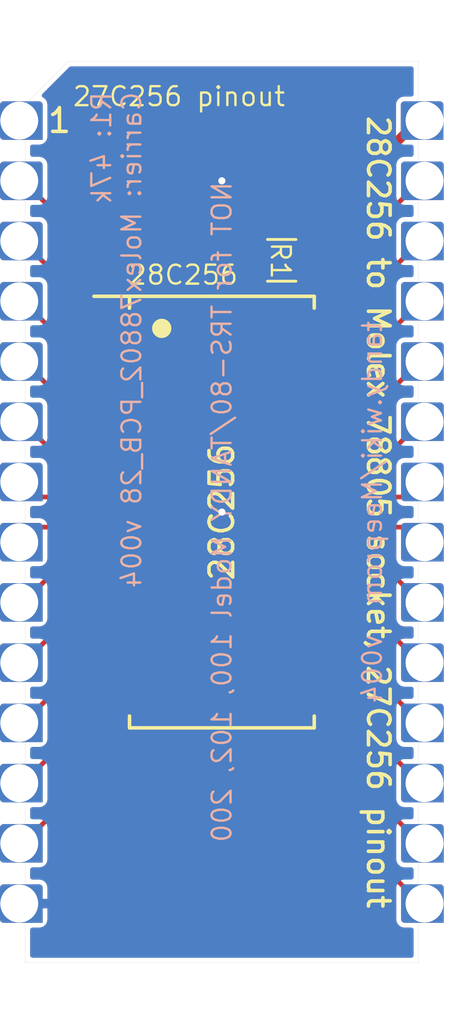
<source format=kicad_pcb>
(kicad_pcb (version 20171130) (host pcbnew 5.1.10-88a1d61d58~88~ubuntu20.10.1)

  (general
    (thickness 1.6)
    (drawings 13)
    (tracks 116)
    (zones 0)
    (modules 3)
    (nets 29)
  )

  (page A4)
  (title_block
    (title "28C256 to Molex 78805 socket with 27C256 pinout")
    (date 2021-09-03)
    (rev 004)
    (company b.kenyon.w@gmail.com)
  )

  (layers
    (0 Top signal)
    (31 Bottom signal)
    (32 B.Adhes user hide)
    (33 F.Adhes user hide)
    (34 B.Paste user hide)
    (35 F.Paste user hide)
    (36 B.SilkS user)
    (37 F.SilkS user)
    (38 B.Mask user)
    (39 F.Mask user)
    (40 Dwgs.User user hide)
    (41 Cmts.User user hide)
    (42 Eco1.User user hide)
    (43 Eco2.User user hide)
    (44 Edge.Cuts user)
    (45 Margin user hide)
    (46 B.CrtYd user hide)
    (47 F.CrtYd user hide)
    (48 B.Fab user hide)
    (49 F.Fab user hide)
  )

  (setup
    (last_trace_width 0.4)
    (user_trace_width 0.4)
    (trace_clearance 0.2)
    (zone_clearance 0.1524)
    (zone_45_only no)
    (trace_min 0.2)
    (via_size 0.5)
    (via_drill 0.3)
    (via_min_size 0.5)
    (via_min_drill 0.3)
    (uvia_size 0.5)
    (uvia_drill 0.3)
    (uvias_allowed no)
    (uvia_min_size 0.5)
    (uvia_min_drill 0.3)
    (edge_width 0.01)
    (segment_width 0.2032)
    (pcb_text_width 0.254)
    (pcb_text_size 1.2192 1.2192)
    (mod_edge_width 0.0254)
    (mod_text_size 0.4572 0.4572)
    (mod_text_width 0.0254)
    (pad_size 1.905 2.032)
    (pad_drill 1.524)
    (pad_to_mask_clearance 0)
    (solder_mask_min_width 0.22)
    (aux_axis_origin 0 0)
    (grid_origin 147.2184 99.187)
    (visible_elements FFFFFF7F)
    (pcbplotparams
      (layerselection 0x010f0_ffffffff)
      (usegerberextensions true)
      (usegerberattributes false)
      (usegerberadvancedattributes false)
      (creategerberjobfile false)
      (excludeedgelayer true)
      (linewidth 0.100000)
      (plotframeref false)
      (viasonmask false)
      (mode 1)
      (useauxorigin false)
      (hpglpennumber 1)
      (hpglpenspeed 20)
      (hpglpendiameter 15.000000)
      (psnegative false)
      (psa4output false)
      (plotreference true)
      (plotvalue true)
      (plotinvisibletext false)
      (padsonsilk false)
      (subtractmaskfromsilk false)
      (outputformat 1)
      (mirror false)
      (drillshape 0)
      (scaleselection 1)
      (outputdirectory "GERBER_Meeprom_004"))
  )

  (net 0 "")
  (net 1 /D3)
  (net 2 /A10)
  (net 3 /D4)
  (net 4 /A7)
  (net 5 /D5)
  (net 6 /A6)
  (net 7 /D6)
  (net 8 /A5)
  (net 9 /D7)
  (net 10 /A4)
  (net 11 /A11)
  (net 12 /A3)
  (net 13 /~OE)
  (net 14 /A2)
  (net 15 /A13)
  (net 16 /A1)
  (net 17 /A0)
  (net 18 /A12)
  (net 19 /D0)
  (net 20 /A9)
  (net 21 /D1)
  (net 22 /A8)
  (net 23 /D2)
  (net 24 /~CE)
  (net 25 /A14)
  (net 26 /~WE)
  (net 27 VCC)
  (net 28 GND)

  (net_class Default "This is the default net class."
    (clearance 0.2)
    (trace_width 0.2)
    (via_dia 0.5)
    (via_drill 0.3)
    (uvia_dia 0.5)
    (uvia_drill 0.3)
    (diff_pair_width 0.2)
    (diff_pair_gap 0.3)
    (add_net /A0)
    (add_net /A1)
    (add_net /A10)
    (add_net /A11)
    (add_net /A12)
    (add_net /A13)
    (add_net /A14)
    (add_net /A2)
    (add_net /A3)
    (add_net /A4)
    (add_net /A5)
    (add_net /A6)
    (add_net /A7)
    (add_net /A8)
    (add_net /A9)
    (add_net /D0)
    (add_net /D1)
    (add_net /D2)
    (add_net /D3)
    (add_net /D4)
    (add_net /D5)
    (add_net /D6)
    (add_net /D7)
    (add_net /~CE)
    (add_net /~OE)
    (add_net /~WE)
    (add_net GND)
    (add_net VCC)
  )

  (module 000_LOCAL:SOIC-28W (layer Top) (tedit 60AC7F09) (tstamp 5D21E664)
    (at 147.2184 99.187)
    (descr "28-Lead Plastic Small Outline (SO) - Wide, 7.50 mm Body [SOIC] (see Microchip Packaging Specification 00000049BS.pdf)")
    (tags "SOIC 1.27")
    (path /5D231C6F)
    (attr smd)
    (fp_text reference U1 (at 0 0 -90) (layer F.SilkS) hide
      (effects (font (size 1 1) (thickness 0.15)))
    )
    (fp_text value 28C256 (at 0 0 -90) (layer F.SilkS)
      (effects (font (size 1 1) (thickness 0.15)))
    )
    (fp_line (start -3.9 9.1) (end 3.9 9.1) (layer F.SilkS) (width 0.15))
    (fp_line (start -5.4 -9.1) (end 3.9 -9.1) (layer F.SilkS) (width 0.15))
    (fp_line (start -3.9 9.1) (end -3.9 8.6) (layer F.SilkS) (width 0.15))
    (fp_line (start 3.9 9.1) (end 3.9 8.6) (layer F.SilkS) (width 0.15))
    (fp_line (start 3.9 -9.1) (end 3.9 -8.6) (layer F.SilkS) (width 0.15))
    (fp_line (start -3.9 -9.1) (end -3.9 -8.6) (layer F.SilkS) (width 0.15))
    (fp_line (start -5.95 9.3) (end 5.95 9.3) (layer F.CrtYd) (width 0.05))
    (fp_line (start -5.95 -9.3) (end 5.95 -9.3) (layer F.CrtYd) (width 0.05))
    (fp_line (start 5.95 -9.3) (end 5.95 9.3) (layer F.CrtYd) (width 0.05))
    (fp_line (start -5.95 -9.3) (end -5.95 9.3) (layer F.CrtYd) (width 0.05))
    (fp_line (start -3.75 -7.95) (end -2.75 -8.95) (layer F.Fab) (width 0.15))
    (fp_line (start -3.75 8.95) (end -3.75 -7.95) (layer F.Fab) (width 0.15))
    (fp_line (start 3.75 8.95) (end -3.75 8.95) (layer F.Fab) (width 0.15))
    (fp_line (start 3.75 -8.95) (end 3.75 8.95) (layer F.Fab) (width 0.15))
    (fp_line (start -2.75 -8.95) (end 3.75 -8.95) (layer F.Fab) (width 0.15))
    (fp_circle (center -2.54 -7.747) (end -2.3368 -7.747) (layer F.SilkS) (width 0.4064))
    (fp_text user %R (at 0 0 -90) (layer F.Fab)
      (effects (font (size 1 1) (thickness 0.15)))
    )
    (pad 1 smd roundrect (at -4.7 -8.255) (size 1.5 0.6) (layers Top F.Paste F.Mask) (roundrect_rratio 0.25)
      (net 25 /A14))
    (pad 2 smd roundrect (at -4.7 -6.985) (size 1.5 0.6) (layers Top F.Paste F.Mask) (roundrect_rratio 0.25)
      (net 18 /A12))
    (pad 3 smd roundrect (at -4.7 -5.715) (size 1.5 0.6) (layers Top F.Paste F.Mask) (roundrect_rratio 0.25)
      (net 4 /A7))
    (pad 4 smd roundrect (at -4.7 -4.445) (size 1.5 0.6) (layers Top F.Paste F.Mask) (roundrect_rratio 0.25)
      (net 6 /A6))
    (pad 5 smd roundrect (at -4.7 -3.175) (size 1.5 0.6) (layers Top F.Paste F.Mask) (roundrect_rratio 0.25)
      (net 8 /A5))
    (pad 6 smd roundrect (at -4.7 -1.905) (size 1.5 0.6) (layers Top F.Paste F.Mask) (roundrect_rratio 0.25)
      (net 10 /A4))
    (pad 7 smd roundrect (at -4.7 -0.635) (size 1.5 0.6) (layers Top F.Paste F.Mask) (roundrect_rratio 0.25)
      (net 12 /A3))
    (pad 8 smd roundrect (at -4.7 0.635) (size 1.5 0.6) (layers Top F.Paste F.Mask) (roundrect_rratio 0.25)
      (net 14 /A2))
    (pad 9 smd roundrect (at -4.7 1.905) (size 1.5 0.6) (layers Top F.Paste F.Mask) (roundrect_rratio 0.25)
      (net 16 /A1))
    (pad 10 smd roundrect (at -4.7 3.175) (size 1.5 0.6) (layers Top F.Paste F.Mask) (roundrect_rratio 0.25)
      (net 17 /A0))
    (pad 11 smd roundrect (at -4.7 4.445) (size 1.5 0.6) (layers Top F.Paste F.Mask) (roundrect_rratio 0.25)
      (net 19 /D0))
    (pad 12 smd roundrect (at -4.7 5.715) (size 1.5 0.6) (layers Top F.Paste F.Mask) (roundrect_rratio 0.25)
      (net 21 /D1))
    (pad 13 smd roundrect (at -4.7 6.985) (size 1.5 0.6) (layers Top F.Paste F.Mask) (roundrect_rratio 0.25)
      (net 23 /D2))
    (pad 14 smd roundrect (at -4.7 8.255) (size 1.5 0.6) (layers Top F.Paste F.Mask) (roundrect_rratio 0.25)
      (net 28 GND))
    (pad 15 smd roundrect (at 4.7 8.255) (size 1.5 0.6) (layers Top F.Paste F.Mask) (roundrect_rratio 0.25)
      (net 1 /D3))
    (pad 16 smd roundrect (at 4.7 6.985) (size 1.5 0.6) (layers Top F.Paste F.Mask) (roundrect_rratio 0.25)
      (net 3 /D4))
    (pad 17 smd roundrect (at 4.7 5.715) (size 1.5 0.6) (layers Top F.Paste F.Mask) (roundrect_rratio 0.25)
      (net 5 /D5))
    (pad 18 smd roundrect (at 4.7 4.445) (size 1.5 0.6) (layers Top F.Paste F.Mask) (roundrect_rratio 0.25)
      (net 7 /D6))
    (pad 19 smd roundrect (at 4.7 3.175) (size 1.5 0.6) (layers Top F.Paste F.Mask) (roundrect_rratio 0.25)
      (net 9 /D7))
    (pad 20 smd roundrect (at 4.7 1.905) (size 1.5 0.6) (layers Top F.Paste F.Mask) (roundrect_rratio 0.25)
      (net 24 /~CE))
    (pad 21 smd roundrect (at 4.7 0.635) (size 1.5 0.6) (layers Top F.Paste F.Mask) (roundrect_rratio 0.25)
      (net 2 /A10))
    (pad 22 smd roundrect (at 4.7 -0.635) (size 1.5 0.6) (layers Top F.Paste F.Mask) (roundrect_rratio 0.25)
      (net 13 /~OE))
    (pad 23 smd roundrect (at 4.7 -1.905) (size 1.5 0.6) (layers Top F.Paste F.Mask) (roundrect_rratio 0.25)
      (net 11 /A11))
    (pad 24 smd roundrect (at 4.7 -3.175) (size 1.5 0.6) (layers Top F.Paste F.Mask) (roundrect_rratio 0.25)
      (net 20 /A9))
    (pad 25 smd roundrect (at 4.7 -4.445) (size 1.5 0.6) (layers Top F.Paste F.Mask) (roundrect_rratio 0.25)
      (net 22 /A8))
    (pad 26 smd roundrect (at 4.7 -5.715) (size 1.5 0.6) (layers Top F.Paste F.Mask) (roundrect_rratio 0.25)
      (net 15 /A13))
    (pad 27 smd roundrect (at 4.7 -6.985) (size 1.5 0.6) (layers Top F.Paste F.Mask) (roundrect_rratio 0.25)
      (net 26 /~WE))
    (pad 28 smd roundrect (at 4.7 -8.255) (size 1.5 0.6) (layers Top F.Paste F.Mask) (roundrect_rratio 0.25)
      (net 27 VCC))
    (model ${KIPRJMOD}/000_LOCAL.pretty/3d/SW3dPS-SOIC28-300.STEP
      (at (xyz 0 0 0))
      (scale (xyz 1 1 1))
      (rotate (xyz 0 0 90))
    )
  )

  (module 000_LOCAL:Molex78802_PCB_28 (layer Top) (tedit 60A90215) (tstamp 60AC7828)
    (at 147.2184 99.187)
    (descr "Castellated edge contacts to fit Molex 78805 Socket")
    (path /5E6792DF)
    (solder_mask_margin 0.0508)
    (attr virtual)
    (fp_text reference J1 (at -1.905 0 -90) (layer Dwgs.User) hide
      (effects (font (size 1.2065 1.2065) (thickness 0.127)) (justify bottom))
    )
    (fp_text value "Molex 78805 socket 27C256 pinout" (at 1.27 0 -90) (layer F.Fab) hide
      (effects (font (size 1.2065 1.2065) (thickness 0.1016)) (justify bottom))
    )
    (fp_line (start -6.5 -19) (end -8.3 -17.2) (layer Eco2.User) (width 0.01))
    (fp_line (start 8.3 19) (end 8.3 -19) (layer Eco2.User) (width 0.01))
    (fp_line (start -8.3 19) (end -8.3 -17.2) (layer Eco2.User) (width 0.01))
    (fp_line (start -5 19) (end 5 19) (layer Dwgs.User) (width 0.01))
    (fp_line (start -5 18) (end 5 18) (layer Dwgs.User) (width 0.01))
    (fp_line (start -5 18) (end -5 19) (layer Dwgs.User) (width 0.01))
    (fp_line (start 5 19) (end 5 18) (layer Dwgs.User) (width 0.01))
    (fp_line (start 5 -19) (end -5 -19) (layer Dwgs.User) (width 0.01))
    (fp_line (start 5 -18) (end 5 -19) (layer Dwgs.User) (width 0.01))
    (fp_line (start -5 -18) (end 5 -18) (layer Dwgs.User) (width 0.01))
    (fp_line (start -5 -19) (end -5 -18) (layer Dwgs.User) (width 0.01))
    (fp_line (start 8.345 15.24) (end 9.742 15.24) (layer Dwgs.User) (width 0.05))
    (fp_line (start 8.625 14.96) (end 8.345 15.24) (layer Dwgs.User) (width 0.05))
    (fp_line (start 8.345 15.24) (end 8.625 15.52) (layer Dwgs.User) (width 0.05))
    (fp_line (start 7.442 14.96) (end 7.722 15.24) (layer Dwgs.User) (width 0.05))
    (fp_line (start 7.722 15.24) (end 7.442 15.52) (layer Dwgs.User) (width 0.05))
    (fp_line (start 6.325 15.24) (end 7.722 15.24) (layer Dwgs.User) (width 0.05))
    (fp_line (start 6.325 12.065) (end 6.325 15.24) (layer Dwgs.User) (width 0.05))
    (fp_line (start 7.75716 17.78) (end 7.75716 12.7) (layer Dwgs.User) (width 0.01))
    (fp_line (start 8.3 -19) (end -6.5 -19) (layer Eco2.User) (width 0.01))
    (fp_line (start -8.3 19) (end 8.3 19) (layer Eco2.User) (width 0.01))
    (fp_line (start -0.762 -19.05) (end -0.762 -21.59) (layer Eco1.User) (width 0.01))
    (fp_line (start -0.762 -21.59) (end 0.762 -21.59) (layer Eco1.User) (width 0.01))
    (fp_line (start 0.762 -21.59) (end 0.762 -19.05) (layer Eco1.User) (width 0.01))
    (fp_line (start -4.5593 19.05) (end -4.5593 21.59) (layer Eco1.User) (width 0.01))
    (fp_line (start -4.5593 21.59) (end -3.0353 21.59) (layer Eco1.User) (width 0.01))
    (fp_line (start -3.0353 21.59) (end -3.0353 19.05) (layer Eco1.User) (width 0.01))
    (fp_line (start 4.5593 19.05) (end 4.5593 21.59) (layer Eco1.User) (width 0.01))
    (fp_line (start 4.5593 21.59) (end 3.0353 21.59) (layer Eco1.User) (width 0.01))
    (fp_line (start 3.0353 21.59) (end 3.0353 19.05) (layer Eco1.User) (width 0.01))
    (fp_line (start 3.0353 19.05) (end -3.0353 19.05) (layer Eco1.User) (width 0.01))
    (fp_line (start -8.26 19.05) (end -8.26 -19.05) (layer Eco1.User) (width 0.01))
    (fp_line (start 8.26 19.05) (end 8.26 -19.05) (layer Eco1.User) (width 0.01))
    (fp_line (start -8.26 -19.05) (end -0.762 -19.05) (layer Eco1.User) (width 0.01))
    (fp_line (start 0.762 -19.05) (end 8.26 -19.05) (layer Eco1.User) (width 0.01))
    (fp_line (start -8.26 19.05) (end -4.5593 19.05) (layer Eco1.User) (width 0.01))
    (fp_line (start 4.5593 19.05) (end 8.26 19.05) (layer Eco1.User) (width 0.01))
    (fp_poly (pts (xy -7.717 -15.8496) (xy -9.2156 -15.8496) (xy -9.2156 -17.1704) (xy -7.717 -17.1704)) (layer Bottom) (width 0.3048))
    (fp_poly (pts (xy -7.717 -15.8496) (xy -9.2156 -15.8496) (xy -9.2156 -17.1704) (xy -7.717 -17.1704)) (layer Top) (width 0.3048))
    (fp_poly (pts (xy -7.717 -13.3096) (xy -9.2156 -13.3096) (xy -9.2156 -14.6304) (xy -7.717 -14.6304)) (layer Top) (width 0.3048))
    (fp_poly (pts (xy -7.717 -10.7696) (xy -9.2156 -10.7696) (xy -9.2156 -12.0904) (xy -7.717 -12.0904)) (layer Top) (width 0.3048))
    (fp_poly (pts (xy -7.717 -8.2296) (xy -9.2156 -8.2296) (xy -9.2156 -9.5504) (xy -7.717 -9.5504)) (layer Top) (width 0.3048))
    (fp_poly (pts (xy -7.717 -5.6896) (xy -9.2156 -5.6896) (xy -9.2156 -7.0104) (xy -7.717 -7.0104)) (layer Top) (width 0.3048))
    (fp_poly (pts (xy -7.717 -3.1496) (xy -9.2156 -3.1496) (xy -9.2156 -4.4704) (xy -7.717 -4.4704)) (layer Top) (width 0.3048))
    (fp_poly (pts (xy -7.717 -0.6096) (xy -9.2156 -0.6096) (xy -9.2156 -1.9304) (xy -7.717 -1.9304)) (layer Top) (width 0.3048))
    (fp_poly (pts (xy -7.717 1.9304) (xy -9.2156 1.9304) (xy -9.2156 0.6096) (xy -7.717 0.6096)) (layer Top) (width 0.3048))
    (fp_poly (pts (xy -7.717 4.4704) (xy -9.2156 4.4704) (xy -9.2156 3.1496) (xy -7.717 3.1496)) (layer Top) (width 0.3048))
    (fp_poly (pts (xy -7.717 7.0104) (xy -9.2156 7.0104) (xy -9.2156 5.6896) (xy -7.717 5.6896)) (layer Top) (width 0.3048))
    (fp_poly (pts (xy -7.717 9.5504) (xy -9.2156 9.5504) (xy -9.2156 8.2296) (xy -7.717 8.2296)) (layer Top) (width 0.3048))
    (fp_poly (pts (xy -7.717 12.0904) (xy -9.2156 12.0904) (xy -9.2156 10.7696) (xy -7.717 10.7696)) (layer Top) (width 0.3048))
    (fp_poly (pts (xy -7.717 14.6304) (xy -9.2156 14.6304) (xy -9.2156 13.3096) (xy -7.717 13.3096)) (layer Top) (width 0.3048))
    (fp_poly (pts (xy -7.717 17.1704) (xy -9.2156 17.1704) (xy -9.2156 15.8496) (xy -7.717 15.8496)) (layer Top) (width 0.3048))
    (fp_poly (pts (xy -7.717 10.7696) (xy -9.2156 10.7696) (xy -9.2156 12.0904) (xy -7.717 12.0904)) (layer Bottom) (width 0.3048))
    (fp_poly (pts (xy -7.717 15.8496) (xy -9.2156 15.8496) (xy -9.2156 17.1704) (xy -7.717 17.1704)) (layer Bottom) (width 0.3048))
    (fp_poly (pts (xy -7.717 -14.6304) (xy -9.2156 -14.6304) (xy -9.2156 -13.3096) (xy -7.717 -13.3096)) (layer Bottom) (width 0.3048))
    (fp_poly (pts (xy -7.717 8.2296) (xy -9.2156 8.2296) (xy -9.2156 9.5504) (xy -7.717 9.5504)) (layer Bottom) (width 0.3048))
    (fp_poly (pts (xy -7.717 5.6896) (xy -9.2156 5.6896) (xy -9.2156 7.0104) (xy -7.717 7.0104)) (layer Bottom) (width 0.3048))
    (fp_poly (pts (xy -7.717 -7.0104) (xy -9.2156 -7.0104) (xy -9.2156 -5.6896) (xy -7.717 -5.6896)) (layer Bottom) (width 0.3048))
    (fp_poly (pts (xy -7.717 -9.5504) (xy -9.2156 -9.5504) (xy -9.2156 -8.2296) (xy -7.717 -8.2296)) (layer Bottom) (width 0.3048))
    (fp_poly (pts (xy -7.717 13.3096) (xy -9.2156 13.3096) (xy -9.2156 14.6304) (xy -7.717 14.6304)) (layer Bottom) (width 0.3048))
    (fp_poly (pts (xy -7.717 -1.9304) (xy -9.2156 -1.9304) (xy -9.2156 -0.6096) (xy -7.717 -0.6096)) (layer Bottom) (width 0.3048))
    (fp_poly (pts (xy -7.717 -4.4704) (xy -9.2156 -4.4704) (xy -9.2156 -3.1496) (xy -7.717 -3.1496)) (layer Bottom) (width 0.3048))
    (fp_poly (pts (xy -7.717 -12.0904) (xy -9.2156 -12.0904) (xy -9.2156 -10.7696) (xy -7.717 -10.7696)) (layer Bottom) (width 0.3048))
    (fp_poly (pts (xy -7.717 3.1496) (xy -9.2156 3.1496) (xy -9.2156 4.4704) (xy -7.717 4.4704)) (layer Bottom) (width 0.3048))
    (fp_poly (pts (xy -7.717 0.6096) (xy -9.2156 0.6096) (xy -9.2156 1.9304) (xy -7.717 1.9304)) (layer Bottom) (width 0.3048))
    (fp_poly (pts (xy 9.2029 -15.8496) (xy 7.7043 -15.8496) (xy 7.7043 -17.1704) (xy 9.2029 -17.1704)) (layer Bottom) (width 0.3048))
    (fp_poly (pts (xy 9.2029 -15.8496) (xy 7.7043 -15.8496) (xy 7.7043 -17.1704) (xy 9.2029 -17.1704)) (layer Top) (width 0.3048))
    (fp_poly (pts (xy 9.2156 -8.2296) (xy 7.717 -8.2296) (xy 7.717 -9.5504) (xy 9.2156 -9.5504)) (layer Top) (width 0.3048))
    (fp_poly (pts (xy 9.2156 15.8496) (xy 7.717 15.8496) (xy 7.717 17.1704) (xy 9.2156 17.1704)) (layer Bottom) (width 0.3048))
    (fp_poly (pts (xy 9.2156 -13.3096) (xy 7.717 -13.3096) (xy 7.717 -14.6304) (xy 9.2156 -14.6304)) (layer Top) (width 0.3048))
    (fp_poly (pts (xy 9.2156 -7.0104) (xy 7.717 -7.0104) (xy 7.717 -5.6896) (xy 9.2156 -5.6896)) (layer Bottom) (width 0.3048))
    (fp_poly (pts (xy 9.2156 5.6896) (xy 7.717 5.6896) (xy 7.717 7.0104) (xy 9.2156 7.0104)) (layer Bottom) (width 0.3048))
    (fp_poly (pts (xy 9.2156 17.1704) (xy 7.717 17.1704) (xy 7.717 15.8496) (xy 9.2156 15.8496)) (layer Top) (width 0.3048))
    (fp_poly (pts (xy 9.2156 -5.6896) (xy 7.717 -5.6896) (xy 7.717 -7.0104) (xy 9.2156 -7.0104)) (layer Top) (width 0.3048))
    (fp_poly (pts (xy 9.2156 -1.9304) (xy 7.717 -1.9304) (xy 7.717 -0.6096) (xy 9.2156 -0.6096)) (layer Bottom) (width 0.3048))
    (fp_poly (pts (xy 9.2156 -3.1496) (xy 7.717 -3.1496) (xy 7.717 -4.4704) (xy 9.2156 -4.4704)) (layer Top) (width 0.3048))
    (fp_poly (pts (xy 9.2156 9.5504) (xy 7.717 9.5504) (xy 7.717 8.2296) (xy 9.2156 8.2296)) (layer Top) (width 0.3048))
    (fp_poly (pts (xy 9.2156 12.0904) (xy 7.717 12.0904) (xy 7.717 10.7696) (xy 9.2156 10.7696)) (layer Top) (width 0.3048))
    (fp_poly (pts (xy 9.2156 -14.6304) (xy 7.717 -14.6304) (xy 7.717 -13.3096) (xy 9.2156 -13.3096)) (layer Bottom) (width 0.3048))
    (fp_poly (pts (xy 9.2156 -12.0904) (xy 7.717 -12.0904) (xy 7.717 -10.7696) (xy 9.2156 -10.7696)) (layer Bottom) (width 0.3048))
    (fp_poly (pts (xy 9.2156 3.1496) (xy 7.717 3.1496) (xy 7.717 4.4704) (xy 9.2156 4.4704)) (layer Bottom) (width 0.3048))
    (fp_poly (pts (xy 9.2156 0.6096) (xy 7.717 0.6096) (xy 7.717 1.9304) (xy 9.2156 1.9304)) (layer Bottom) (width 0.3048))
    (fp_poly (pts (xy 9.2156 -9.5504) (xy 7.717 -9.5504) (xy 7.717 -8.2296) (xy 9.2156 -8.2296)) (layer Bottom) (width 0.3048))
    (fp_poly (pts (xy 9.2156 -10.7696) (xy 7.717 -10.7696) (xy 7.717 -12.0904) (xy 9.2156 -12.0904)) (layer Top) (width 0.3048))
    (fp_poly (pts (xy 9.2156 13.3096) (xy 7.717 13.3096) (xy 7.717 14.6304) (xy 9.2156 14.6304)) (layer Bottom) (width 0.3048))
    (fp_poly (pts (xy 9.2156 8.2296) (xy 7.717 8.2296) (xy 7.717 9.5504) (xy 9.2156 9.5504)) (layer Bottom) (width 0.3048))
    (fp_poly (pts (xy 9.2156 -4.4704) (xy 7.717 -4.4704) (xy 7.717 -3.1496) (xy 9.2156 -3.1496)) (layer Bottom) (width 0.3048))
    (fp_poly (pts (xy 9.2156 4.4704) (xy 7.717 4.4704) (xy 7.717 3.1496) (xy 9.2156 3.1496)) (layer Top) (width 0.3048))
    (fp_poly (pts (xy 9.2156 10.7696) (xy 7.717 10.7696) (xy 7.717 12.0904) (xy 9.2156 12.0904)) (layer Bottom) (width 0.3048))
    (fp_poly (pts (xy 9.2156 7.0104) (xy 7.717 7.0104) (xy 7.717 5.6896) (xy 9.2156 5.6896)) (layer Top) (width 0.3048))
    (fp_poly (pts (xy 9.2156 14.6304) (xy 7.717 14.6304) (xy 7.717 13.3096) (xy 9.2156 13.3096)) (layer Top) (width 0.3048))
    (fp_poly (pts (xy 9.2156 -0.6096) (xy 7.717 -0.6096) (xy 7.717 -1.9304) (xy 9.2156 -1.9304)) (layer Top) (width 0.3048))
    (fp_poly (pts (xy 9.2156 1.9304) (xy 7.717 1.9304) (xy 7.717 0.6096) (xy 9.2156 0.6096)) (layer Top) (width 0.3048))
    (fp_line (start -7.6 18.3) (end 7.6 18.3) (layer Dwgs.User) (width 0.01))
    (fp_line (start -7.6 -18.3) (end 7.6 -18.3) (layer Dwgs.User) (width 0.01))
    (fp_line (start -7.6 -18.3) (end -7.6 18.3) (layer Dwgs.User) (width 0.01))
    (fp_line (start 7.6 -18.3) (end 7.6 18.3) (layer Dwgs.User) (width 0.01))
    (fp_line (start -6 -18.3) (end -6 -17) (layer Dwgs.User) (width 0.01))
    (fp_line (start -6 -17) (end -5.5 -17) (layer Dwgs.User) (width 0.01))
    (fp_line (start -6 -18.3) (end -6.3 -18) (layer Dwgs.User) (width 0.01))
    (fp_line (start -6 -18.3) (end -5.7 -18) (layer Dwgs.User) (width 0.01))
    (fp_line (start -6 -19) (end -6 -20) (layer Dwgs.User) (width 0.01))
    (fp_line (start -6 -19) (end -6.3 -19.3) (layer Dwgs.User) (width 0.01))
    (fp_line (start -6 -19) (end -5.7 -19.3) (layer Dwgs.User) (width 0.01))
    (fp_line (start -4 -19) (end -4 -20) (layer Dwgs.User) (width 0.01))
    (fp_line (start -4 -19) (end -4.3 -19.3) (layer Dwgs.User) (width 0.01))
    (fp_line (start -4 -19) (end -3.7 -19.3) (layer Dwgs.User) (width 0.01))
    (fp_line (start -4 -18) (end -4.3 -17.7) (layer Dwgs.User) (width 0.01))
    (fp_line (start -4 -18) (end -3.7 -17.7) (layer Dwgs.User) (width 0.01))
    (fp_line (start -4 -18) (end -4 -17.5) (layer Dwgs.User) (width 0.01))
    (fp_line (start -4 -17.5) (end -3.5 -17.5) (layer Dwgs.User) (width 0.01))
    (fp_text user "0.7 border on bottom - 36.6 x 15 x 1.5 usable bottom" (at -5.5 -17) (layer Dwgs.User)
      (effects (font (size 0.25 0.25) (thickness 0.02)) (justify left))
    )
    (fp_text user "10.0 x 1.0 retainer wedges on top" (at -3.5 -17.5) (layer Dwgs.User)
      (effects (font (size 0.25 0.25) (thickness 0.02)) (justify left))
    )
    (fp_text user "Castellation depth 0.5mm min" (at 6.35 0 -90) (layer Dwgs.User)
      (effects (font (size 1 1) (thickness 0.1)))
    )
    (fp_text user "Board outline: 0.1mm grid, copy Eco2.User" (at -6 0 -90) (layer Eco2.User)
      (effects (font (size 1 1) (thickness 0.1)))
    )
    (fp_text user "Eco1.User is Edge.Cuts for use without carrier." (at -4.445 0 -90) (layer Eco1.User)
      (effects (font (size 0.8 0.8) (thickness 0.05)))
    )
    (pad 1 thru_hole circle (at -8.5552 -16.51) (size 1.6002 1.6002) (drill 1.59766) (layers *.Cu *.Mask)
      (zone_connect 0))
    (pad 28 thru_hole circle (at 8.5552 -16.51 180) (size 1.6002 1.6002) (drill 1.59766) (layers *.Cu *.Mask)
      (net 27 VCC))
    (pad 14 thru_hole circle (at -8.5552 16.51) (size 1.6002 1.6002) (drill 1.59766) (layers *.Cu *.Mask)
      (net 28 GND) (zone_connect 0))
    (pad 27 thru_hole circle (at 8.5552 -13.97 180) (size 1.6002 1.6002) (drill 1.59766) (layers *.Cu *.Mask)
      (net 25 /A14))
    (pad 13 thru_hole circle (at -8.5552 13.97) (size 1.6002 1.6002) (drill 1.59766) (layers *.Cu *.Mask)
      (net 23 /D2) (zone_connect 0))
    (pad 26 thru_hole circle (at 8.5552 -11.43 180) (size 1.6002 1.6002) (drill 1.59766) (layers *.Cu *.Mask)
      (net 15 /A13))
    (pad 12 thru_hole circle (at -8.5552 11.43) (size 1.6002 1.6002) (drill 1.59766) (layers *.Cu *.Mask)
      (net 21 /D1) (zone_connect 0))
    (pad 25 thru_hole circle (at 8.5552 -8.89 180) (size 1.6002 1.6002) (drill 1.59766) (layers *.Cu *.Mask)
      (net 22 /A8))
    (pad 11 thru_hole circle (at -8.5552 8.89) (size 1.6002 1.6002) (drill 1.59766) (layers *.Cu *.Mask)
      (net 19 /D0) (zone_connect 0))
    (pad 24 thru_hole circle (at 8.5552 -6.35 180) (size 1.6002 1.6002) (drill 1.59766) (layers *.Cu *.Mask)
      (net 20 /A9))
    (pad 10 thru_hole circle (at -8.5552 6.35) (size 1.6002 1.6002) (drill 1.59766) (layers *.Cu *.Mask)
      (net 17 /A0) (zone_connect 0))
    (pad 23 thru_hole circle (at 8.5552 -3.81 180) (size 1.6002 1.6002) (drill 1.59766) (layers *.Cu *.Mask)
      (net 11 /A11))
    (pad 9 thru_hole circle (at -8.5552 3.81) (size 1.6002 1.6002) (drill 1.59766) (layers *.Cu *.Mask)
      (net 16 /A1) (zone_connect 0))
    (pad 22 thru_hole circle (at 8.5552 -1.27 180) (size 1.6002 1.6002) (drill 1.59766) (layers *.Cu *.Mask)
      (net 13 /~OE))
    (pad 8 thru_hole circle (at -8.5552 1.27) (size 1.6002 1.6002) (drill 1.59766) (layers *.Cu *.Mask)
      (net 14 /A2) (zone_connect 0))
    (pad 21 thru_hole circle (at 8.5552 1.27 180) (size 1.6002 1.6002) (drill 1.59766) (layers *.Cu *.Mask)
      (net 2 /A10))
    (pad 7 thru_hole circle (at -8.5552 -1.27) (size 1.6002 1.6002) (drill 1.59766) (layers *.Cu *.Mask)
      (net 12 /A3) (zone_connect 0))
    (pad 20 thru_hole circle (at 8.5552 3.81 180) (size 1.6002 1.6002) (drill 1.59766) (layers *.Cu *.Mask)
      (net 24 /~CE))
    (pad 6 thru_hole circle (at -8.5552 -3.81) (size 1.6002 1.6002) (drill 1.59766) (layers *.Cu *.Mask)
      (net 10 /A4) (zone_connect 0))
    (pad 19 thru_hole circle (at 8.5552 6.35 180) (size 1.6002 1.6002) (drill 1.59766) (layers *.Cu *.Mask)
      (net 9 /D7))
    (pad 5 thru_hole circle (at -8.5552 -6.35) (size 1.6002 1.6002) (drill 1.59766) (layers *.Cu *.Mask)
      (net 8 /A5) (zone_connect 0))
    (pad 18 thru_hole circle (at 8.5552 8.89 180) (size 1.6002 1.6002) (drill 1.59766) (layers *.Cu *.Mask)
      (net 7 /D6))
    (pad 4 thru_hole circle (at -8.5552 -8.89) (size 1.6002 1.6002) (drill 1.59766) (layers *.Cu *.Mask)
      (net 6 /A6) (zone_connect 0))
    (pad 17 thru_hole circle (at 8.5552 11.43 180) (size 1.6002 1.6002) (drill 1.59766) (layers *.Cu *.Mask)
      (net 5 /D5))
    (pad 3 thru_hole circle (at -8.5552 -11.43) (size 1.6002 1.6002) (drill 1.59766) (layers *.Cu *.Mask)
      (net 4 /A7) (zone_connect 0))
    (pad 16 thru_hole circle (at 8.5552 13.97 180) (size 1.6002 1.6002) (drill 1.59766) (layers *.Cu *.Mask)
      (net 3 /D4))
    (pad 2 thru_hole circle (at -8.5552 -13.97) (size 1.6002 1.6002) (drill 1.59766) (layers *.Cu *.Mask)
      (net 18 /A12) (zone_connect 0))
    (pad 15 thru_hole circle (at 8.5552 16.51 180) (size 1.6002 1.6002) (drill 1.59766) (layers *.Cu *.Mask)
      (net 1 /D3))
    (model ${KIPRJMOD}/000_LOCAL.pretty/3d/Molex78802_PCB_28.step
      (offset (xyz 0 0 -0.16))
      (scale (xyz 1 1 1))
      (rotate (xyz 0 0 90))
    )
  )

  (module 000_LOCAL:R_0805 (layer Top) (tedit 60997F9A) (tstamp 5D22C129)
    (at 149.7457 88.5698)
    (descr "Resistor SMD 0805, reflow soldering, Vishay (see dcrcw.pdf)")
    (tags "resistor 0805")
    (path /5D2BF7AB)
    (attr smd)
    (fp_text reference R1 (at -0.0508 0.0127 -90 unlocked) (layer F.SilkS)
      (effects (font (size 0.8 0.8) (thickness 0.1)))
    )
    (fp_text value 47k (at 0 1.75) (layer F.Fab)
      (effects (font (size 1 1) (thickness 0.15)))
    )
    (fp_line (start -1 0.62) (end -1 -0.62) (layer F.Fab) (width 0.1))
    (fp_line (start 1 0.62) (end -1 0.62) (layer F.Fab) (width 0.1))
    (fp_line (start 1 -0.62) (end 1 0.62) (layer F.Fab) (width 0.1))
    (fp_line (start -1 -0.62) (end 1 -0.62) (layer F.Fab) (width 0.1))
    (fp_line (start 0.6 0.88) (end -0.6 0.88) (layer F.SilkS) (width 0.12))
    (fp_line (start -0.6 -0.88) (end 0.6 -0.88) (layer F.SilkS) (width 0.12))
    (fp_line (start -1.55 -0.9) (end 1.55 -0.9) (layer F.CrtYd) (width 0.05))
    (fp_line (start -1.55 -0.9) (end -1.55 0.9) (layer F.CrtYd) (width 0.05))
    (fp_line (start 1.55 0.9) (end 1.55 -0.9) (layer F.CrtYd) (width 0.05))
    (fp_line (start 1.55 0.9) (end -1.55 0.9) (layer F.CrtYd) (width 0.05))
    (fp_text user %R (at 0 0) (layer F.Fab)
      (effects (font (size 0.5 0.5) (thickness 0.075)))
    )
    (pad 1 smd roundrect (at -0.95 0) (size 0.7 1.3) (layers Top F.Paste F.Mask) (roundrect_rratio 0.1)
      (net 26 /~WE))
    (pad 2 smd roundrect (at 0.95 0) (size 0.7 1.3) (layers Top F.Paste F.Mask) (roundrect_rratio 0.1)
      (net 27 VCC))
    (model ${KIPRJMOD}/000_LOCAL.pretty/3d/R_0805.step
      (at (xyz 0 0 0))
      (scale (xyz 1 1 1))
      (rotate (xyz 0 0 0))
    )
  )

  (gr_text "NOT for TRS-80/TANDY Model 100, 102, 200" (at 147.2184 99.187 90) (layer B.SilkS) (tstamp 60AC9D5D)
    (effects (font (size 0.8 0.8) (thickness 0.1)) (justify mirror))
  )
  (gr_line (start 140.7184 80.187) (end 138.9184 81.987) (layer Edge.Cuts) (width 0.01))
  (gr_line (start 138.9184 118.187) (end 138.9184 81.987) (layer Edge.Cuts) (width 0.01))
  (gr_line (start 155.5184 118.187) (end 155.5184 80.187) (layer Edge.Cuts) (width 0.01) (tstamp 60A9D37B))
  (gr_text "28C256 to Molex 78805 socket, 27C256 pinout" (at 153.8224 99.187 -90) (layer F.SilkS)
    (effects (font (size 0.9144 0.9144) (thickness 0.1524)))
  )
  (gr_text 1 (at 140.3604 82.677) (layer F.SilkS) (tstamp 5E64AE59)
    (effects (font (size 1 1) (thickness 0.15)))
  )
  (gr_text 28C256 (at 143.2184 89.187) (layer F.SilkS) (tstamp 5E64AC58)
    (effects (font (size 0.8 0.8) (thickness 0.1)) (justify left))
  )
  (gr_line (start 140.7184 80.187) (end 155.5184 80.187) (layer Edge.Cuts) (width 0.01))
  (gr_line (start 155.5184 118.187) (end 138.9184 118.187) (layer Edge.Cuts) (width 0.01) (tstamp 5D75CF96))
  (gr_text "Carrier: Molex78802_PCB_28 v004" (at 143.4084 81.407 90) (layer B.SilkS)
    (effects (font (size 0.8 0.8) (thickness 0.1)) (justify left mirror))
  )
  (gr_text "tandy.wiki/Meeprom  v004" (at 153.5684 99.187 90) (layer B.SilkS)
    (effects (font (size 0.8 0.8) (thickness 0.1)) (justify mirror))
  )
  (gr_text "R1: 47k" (at 142.1384 81.407 90) (layer B.SilkS) (tstamp 60AC794F)
    (effects (font (size 0.8 0.8) (thickness 0.1)) (justify left mirror))
  )
  (gr_text "27C256 pinout" (at 140.8684 81.661) (layer F.SilkS)
    (effects (font (size 0.8 0.8) (thickness 0.1)) (justify left))
  )

  (segment (start 151.9184 112.015) (end 151.9184 107.442) (width 0.2) (layer Top) (net 1))
  (segment (start 155.7274 115.697) (end 155.6004 115.697) (width 0.2032) (layer Top) (net 1))
  (segment (start 155.6004 115.697) (end 151.9184 112.015) (width 0.2) (layer Top) (net 1))
  (segment (start 155.1834 99.822) (end 155.8184 100.457) (width 0.2032) (layer Top) (net 2))
  (segment (start 151.9184 99.822) (end 155.1834 99.822) (width 0.2) (layer Top) (net 2))
  (segment (start 155.6004 113.157) (end 155.7736 113.157) (width 0.2) (layer Top) (net 3))
  (segment (start 153.1684 110.725) (end 155.6004 113.157) (width 0.2) (layer Top) (net 3))
  (segment (start 153.1684 106.9785) (end 153.1684 110.725) (width 0.2) (layer Top) (net 3))
  (segment (start 152.3619 106.172) (end 153.1684 106.9785) (width 0.2) (layer Top) (net 3))
  (segment (start 151.9184 106.172) (end 152.3619 106.172) (width 0.2) (layer Top) (net 3))
  (segment (start 138.7094 87.757) (end 138.7983 87.757) (width 0.2032) (layer Top) (net 4))
  (segment (start 142.0749 93.472) (end 142.5184 93.472) (width 0.2) (layer Top) (net 4))
  (segment (start 140.7184 92.1155) (end 142.0749 93.472) (width 0.2) (layer Top) (net 4))
  (segment (start 140.7184 89.6771) (end 140.7184 92.1155) (width 0.2) (layer Top) (net 4))
  (segment (start 138.7983 87.757) (end 140.7184 89.6771) (width 0.2) (layer Top) (net 4))
  (segment (start 152.3619 104.902) (end 151.9184 104.902) (width 0.2032) (layer Top) (net 5))
  (segment (start 153.7184 106.2585) (end 152.3619 104.902) (width 0.2032) (layer Top) (net 5))
  (segment (start 153.7184 108.7604) (end 153.7184 106.2585) (width 0.2032) (layer Top) (net 5))
  (segment (start 155.575 110.617) (end 153.7184 108.7604) (width 0.2032) (layer Top) (net 5))
  (segment (start 155.7274 110.617) (end 155.575 110.617) (width 0.2032) (layer Top) (net 5))
  (segment (start 140.1684 91.629) (end 138.8364 90.297) (width 0.2) (layer Top) (net 6))
  (segment (start 140.1684 92.8355) (end 140.1684 91.629) (width 0.2) (layer Top) (net 6))
  (segment (start 142.0749 94.742) (end 140.1684 92.8355) (width 0.2) (layer Top) (net 6))
  (segment (start 138.8364 90.297) (end 138.6632 90.297) (width 0.2) (layer Top) (net 6))
  (segment (start 142.5184 94.742) (end 142.0749 94.742) (width 0.2) (layer Top) (net 6))
  (segment (start 154.2684 106.745) (end 155.6004 108.077) (width 0.2) (layer Top) (net 7))
  (segment (start 155.6004 108.077) (end 155.7736 108.077) (width 0.2) (layer Top) (net 7))
  (segment (start 154.2684 105.5385) (end 154.2684 106.745) (width 0.2) (layer Top) (net 7))
  (segment (start 152.3619 103.632) (end 154.2684 105.5385) (width 0.2) (layer Top) (net 7))
  (segment (start 151.9184 103.632) (end 152.3619 103.632) (width 0.2) (layer Top) (net 7))
  (segment (start 138.7094 92.837) (end 138.811 92.837) (width 0.2032) (layer Top) (net 8))
  (segment (start 142.0368 96.012) (end 142.5184 96.012) (width 0.2) (layer Top) (net 8))
  (segment (start 138.8618 92.837) (end 142.0368 96.012) (width 0.2) (layer Top) (net 8))
  (segment (start 138.811 92.837) (end 138.8618 92.837) (width 0.2) (layer Top) (net 8))
  (segment (start 155.7274 105.537) (end 155.6004 105.537) (width 0.2032) (layer Top) (net 9))
  (segment (start 152.4 102.362) (end 151.9184 102.362) (width 0.2) (layer Top) (net 9))
  (segment (start 155.575 105.537) (end 152.4 102.362) (width 0.2) (layer Top) (net 9))
  (segment (start 155.6004 105.537) (end 155.575 105.537) (width 0.2) (layer Top) (net 9))
  (segment (start 140.716 97.282) (end 142.5184 97.282) (width 0.2) (layer Top) (net 10))
  (segment (start 138.7094 95.377) (end 138.811 95.377) (width 0.2032) (layer Top) (net 10))
  (segment (start 138.811 95.377) (end 140.716 97.282) (width 0.2) (layer Top) (net 10))
  (segment (start 151.9184 97.282) (end 153.7208 97.282) (width 0.2) (layer Top) (net 11))
  (segment (start 155.6258 95.377) (end 155.8184 95.377) (width 0.2032) (layer Top) (net 11))
  (segment (start 153.7208 97.282) (end 155.6258 95.377) (width 0.2) (layer Top) (net 11))
  (segment (start 139.2534 98.552) (end 142.5184 98.552) (width 0.2) (layer Top) (net 12))
  (segment (start 138.7094 97.917) (end 138.7094 98.008) (width 0.2032) (layer Top) (net 12))
  (segment (start 138.7094 98.008) (end 139.2534 98.552) (width 0.2) (layer Top) (net 12))
  (segment (start 155.1834 98.552) (end 155.8184 97.917) (width 0.2032) (layer Top) (net 13))
  (segment (start 151.9184 98.552) (end 155.1834 98.552) (width 0.2) (layer Top) (net 13))
  (segment (start 139.3444 99.822) (end 142.5184 99.822) (width 0.2) (layer Top) (net 14))
  (segment (start 138.7094 100.457) (end 139.3444 99.822) (width 0.2032) (layer Top) (net 14))
  (segment (start 153.7184 89.639) (end 155.6004 87.757) (width 0.2) (layer Top) (net 15))
  (segment (start 155.6004 87.757) (end 155.7736 87.757) (width 0.2) (layer Top) (net 15))
  (segment (start 153.7184 92.8775) (end 153.7184 89.639) (width 0.2) (layer Top) (net 15))
  (segment (start 153.1239 93.472) (end 153.7184 92.8775) (width 0.2) (layer Top) (net 15))
  (segment (start 151.9184 93.472) (end 153.1239 93.472) (width 0.2) (layer Top) (net 15))
  (segment (start 140.7414 101.092) (end 142.5184 101.092) (width 0.2) (layer Top) (net 16))
  (segment (start 138.7094 102.997) (end 138.8364 102.997) (width 0.2032) (layer Top) (net 16))
  (segment (start 138.8364 102.997) (end 140.7414 101.092) (width 0.2) (layer Top) (net 16))
  (segment (start 138.7094 105.537) (end 138.8745 105.537) (width 0.2032) (layer Top) (net 17))
  (segment (start 142.0368 102.362) (end 142.5184 102.362) (width 0.2) (layer Top) (net 17))
  (segment (start 138.8745 105.5243) (end 142.0368 102.362) (width 0.2) (layer Top) (net 17))
  (segment (start 138.8745 105.537) (end 138.8745 105.5243) (width 0.2) (layer Top) (net 17))
  (segment (start 138.8364 85.217) (end 138.6632 85.217) (width 0.2) (layer Top) (net 18))
  (segment (start 141.2684 87.649) (end 138.8364 85.217) (width 0.2) (layer Top) (net 18))
  (segment (start 142.0749 92.202) (end 141.2684 91.3955) (width 0.2) (layer Top) (net 18))
  (segment (start 141.2684 91.3955) (end 141.2684 87.649) (width 0.2) (layer Top) (net 18))
  (segment (start 142.5184 92.202) (end 142.0749 92.202) (width 0.2) (layer Top) (net 18))
  (segment (start 138.8364 108.077) (end 138.6632 108.077) (width 0.2) (layer Top) (net 19))
  (segment (start 140.1684 106.745) (end 138.8364 108.077) (width 0.2) (layer Top) (net 19))
  (segment (start 140.1684 105.5385) (end 140.1684 106.745) (width 0.2) (layer Top) (net 19))
  (segment (start 142.0749 103.632) (end 140.1684 105.5385) (width 0.2) (layer Top) (net 19))
  (segment (start 142.5184 103.632) (end 142.0749 103.632) (width 0.2) (layer Top) (net 19))
  (segment (start 155.575 92.837) (end 155.7736 92.837) (width 0.2) (layer Top) (net 20))
  (segment (start 152.4 96.012) (end 155.575 92.837) (width 0.2) (layer Top) (net 20))
  (segment (start 151.9184 96.012) (end 152.4 96.012) (width 0.2) (layer Top) (net 20))
  (segment (start 138.7094 110.617) (end 138.8237 110.617) (width 0.2032) (layer Top) (net 21))
  (segment (start 142.0749 104.902) (end 142.5184 104.902) (width 0.2) (layer Top) (net 21))
  (segment (start 140.7184 106.2585) (end 142.0749 104.902) (width 0.2) (layer Top) (net 21))
  (segment (start 140.7184 108.7223) (end 140.7184 106.2585) (width 0.2) (layer Top) (net 21))
  (segment (start 138.8237 110.617) (end 140.7184 108.7223) (width 0.2) (layer Top) (net 21))
  (segment (start 155.7274 90.297) (end 155.6131 90.297) (width 0.2032) (layer Top) (net 22))
  (segment (start 152.1089 94.5515) (end 151.9184 94.742) (width 0.2) (layer Top) (net 22))
  (segment (start 152.8699 94.5515) (end 152.1089 94.5515) (width 0.2) (layer Top) (net 22))
  (segment (start 154.2684 93.153) (end 152.8699 94.5515) (width 0.2) (layer Top) (net 22))
  (segment (start 154.2684 91.6417) (end 154.2684 93.153) (width 0.2) (layer Top) (net 22))
  (segment (start 155.6131 90.297) (end 154.2684 91.6417) (width 0.2) (layer Top) (net 22))
  (segment (start 138.8364 113.157) (end 138.6632 113.157) (width 0.2) (layer Top) (net 23))
  (segment (start 141.2684 110.725) (end 138.8364 113.157) (width 0.2) (layer Top) (net 23))
  (segment (start 141.2684 106.987) (end 141.2684 110.725) (width 0.2) (layer Top) (net 23))
  (segment (start 142.0834 106.172) (end 141.2684 106.987) (width 0.2) (layer Top) (net 23))
  (segment (start 142.5184 106.172) (end 142.0834 106.172) (width 0.2) (layer Top) (net 23))
  (segment (start 155.6004 102.997) (end 155.8184 102.997) (width 0.2032) (layer Top) (net 24))
  (segment (start 151.9184 101.092) (end 153.6954 101.092) (width 0.2) (layer Top) (net 24))
  (segment (start 153.6954 101.092) (end 155.6004 102.997) (width 0.2) (layer Top) (net 24))
  (segment (start 155.6004 85.217) (end 155.7736 85.217) (width 0.2) (layer Top) (net 25))
  (segment (start 153.1684 87.649) (end 155.6004 85.217) (width 0.2) (layer Top) (net 25))
  (segment (start 153.1684 92.587) (end 153.1684 87.649) (width 0.2) (layer Top) (net 25))
  (segment (start 152.9184 92.837) (end 153.1684 92.587) (width 0.2) (layer Top) (net 25))
  (segment (start 148.1709 92.837) (end 152.9184 92.837) (width 0.2) (layer Top) (net 25))
  (segment (start 146.2659 90.932) (end 148.1709 92.837) (width 0.2) (layer Top) (net 25))
  (segment (start 142.5184 90.932) (end 146.2659 90.932) (width 0.2) (layer Top) (net 25))
  (segment (start 151.9184 92.202) (end 151.4729 92.202) (width 0.2) (layer Top) (net 26))
  (segment (start 151.4729 92.202) (end 148.7957 89.5248) (width 0.2) (layer Top) (net 26))
  (segment (start 148.7957 89.5248) (end 148.7957 88.5698) (width 0.2) (layer Top) (net 26))
  (segment (start 150.6967 88.5708) (end 150.6957 88.5698) (width 0.2032) (layer Top) (net 27))
  (segment (start 150.6967 88.5688) (end 150.6957 88.5698) (width 0.2032) (layer Top) (net 27))
  (segment (start 151.9184 90.932) (end 151.9184 88.5688) (width 0.4064) (layer Top) (net 27))
  (segment (start 151.9184 88.5688) (end 151.9184 86.2574) (width 0.4064) (layer Top) (net 27))
  (segment (start 151.9184 86.2574) (end 155.4988 82.677) (width 0.4064) (layer Top) (net 27))
  (segment (start 155.4988 82.677) (end 155.8184 82.677) (width 0.4064) (layer Top) (net 27))
  (segment (start 151.9184 88.5688) (end 150.6967 88.5688) (width 0.2) (layer Top) (net 27))
  (via (at 147.2184 99.187) (size 0.5) (drill 0.3) (layers Top Bottom) (net 28))
  (segment (start 138.6632 115.697) (end 140.2334 115.697) (width 0.4) (layer Top) (net 28))
  (segment (start 138.6632 115.697) (end 140.2334 115.697) (width 0.4) (layer Bottom) (net 28))
  (via (at 147.2184 85.217) (size 0.5) (drill 0.3) (layers Top Bottom) (net 28))

  (zone (net 28) (net_name GND) (layer Top) (tstamp 0) (hatch edge 0.508)
    (connect_pads (clearance 0.2))
    (min_thickness 0.2)
    (fill yes (arc_segments 32) (thermal_gap 0.2) (thermal_bridge_width 0.3) (smoothing fillet) (radius 0.1))
    (polygon
      (pts
        (xy 155.5184 118.187) (xy 138.9184 118.187) (xy 138.9184 80.187) (xy 155.5184 80.187)
      )
    )
    (filled_polygon
      (pts
        (xy 147.874165 93.105951) (xy 147.886689 93.121211) (xy 147.901947 93.133733) (xy 147.901949 93.133735) (xy 147.947597 93.171197)
        (xy 148.017086 93.20834) (xy 148.092486 93.231212) (xy 148.1709 93.238935) (xy 148.190547 93.237) (xy 150.875321 93.237)
        (xy 150.866949 93.322) (xy 150.866949 93.622) (xy 150.875624 93.710074) (xy 150.901314 93.794763) (xy 150.943032 93.872813)
        (xy 150.999176 93.941224) (xy 151.067587 93.997368) (xy 151.145637 94.039086) (xy 151.230326 94.064776) (xy 151.3184 94.073451)
        (xy 152.5184 94.073451) (xy 152.606474 94.064776) (xy 152.691163 94.039086) (xy 152.769213 93.997368) (xy 152.837624 93.941224)
        (xy 152.893768 93.872813) (xy 152.894203 93.872) (xy 152.983715 93.872) (xy 152.704215 94.1515) (xy 152.613977 94.1515)
        (xy 152.606474 94.149224) (xy 152.5184 94.140549) (xy 151.3184 94.140549) (xy 151.230326 94.149224) (xy 151.145637 94.174914)
        (xy 151.067587 94.216632) (xy 150.999176 94.272776) (xy 150.943032 94.341187) (xy 150.901314 94.419237) (xy 150.875624 94.503926)
        (xy 150.866949 94.592) (xy 150.866949 94.892) (xy 150.875624 94.980074) (xy 150.901314 95.064763) (xy 150.943032 95.142813)
        (xy 150.999176 95.211224) (xy 151.067587 95.267368) (xy 151.145637 95.309086) (xy 151.230326 95.334776) (xy 151.3184 95.343451)
        (xy 152.502864 95.343451) (xy 152.435766 95.410549) (xy 151.3184 95.410549) (xy 151.230326 95.419224) (xy 151.145637 95.444914)
        (xy 151.067587 95.486632) (xy 150.999176 95.542776) (xy 150.943032 95.611187) (xy 150.901314 95.689237) (xy 150.875624 95.773926)
        (xy 150.866949 95.862) (xy 150.866949 96.162) (xy 150.875624 96.250074) (xy 150.901314 96.334763) (xy 150.943032 96.412813)
        (xy 150.999176 96.481224) (xy 151.067587 96.537368) (xy 151.145637 96.579086) (xy 151.230326 96.604776) (xy 151.3184 96.613451)
        (xy 152.5184 96.613451) (xy 152.606474 96.604776) (xy 152.691163 96.579086) (xy 152.769213 96.537368) (xy 152.837624 96.481224)
        (xy 152.893768 96.412813) (xy 152.935486 96.334763) (xy 152.961176 96.250074) (xy 152.969851 96.162) (xy 152.969851 96.007834)
        (xy 155.027886 93.9498) (xy 155.213401 93.9498) (xy 155.213401 94.2642) (xy 154.9354 94.2642) (xy 154.893053 94.268352)
        (xy 154.850629 94.272213) (xy 154.849106 94.272661) (xy 154.847528 94.272816) (xy 154.806762 94.285124) (xy 154.765928 94.297142)
        (xy 154.764524 94.297876) (xy 154.763004 94.298335) (xy 154.725387 94.318336) (xy 154.687682 94.338048) (xy 154.686447 94.339041)
        (xy 154.685046 94.339786) (xy 154.652018 94.366723) (xy 154.618872 94.393373) (xy 154.617854 94.394586) (xy 154.616623 94.39559)
        (xy 154.589427 94.428464) (xy 154.562119 94.461009) (xy 154.561357 94.462396) (xy 154.560343 94.463621) (xy 154.540065 94.501124)
        (xy 154.519583 94.538381) (xy 154.519104 94.539893) (xy 154.518349 94.541288) (xy 154.505752 94.581981) (xy 154.492886 94.622541)
        (xy 154.492709 94.624116) (xy 154.49224 94.625632) (xy 154.487789 94.667985) (xy 154.483044 94.710284) (xy 154.483023 94.71333)
        (xy 154.483011 94.713442) (xy 154.483021 94.713554) (xy 154.483 94.7166) (xy 154.483 95.954114) (xy 153.555115 96.882)
        (xy 152.894203 96.882) (xy 152.893768 96.881187) (xy 152.837624 96.812776) (xy 152.769213 96.756632) (xy 152.691163 96.714914)
        (xy 152.606474 96.689224) (xy 152.5184 96.680549) (xy 151.3184 96.680549) (xy 151.230326 96.689224) (xy 151.145637 96.714914)
        (xy 151.067587 96.756632) (xy 150.999176 96.812776) (xy 150.943032 96.881187) (xy 150.901314 96.959237) (xy 150.875624 97.043926)
        (xy 150.866949 97.132) (xy 150.866949 97.432) (xy 150.875624 97.520074) (xy 150.901314 97.604763) (xy 150.943032 97.682813)
        (xy 150.999176 97.751224) (xy 151.067587 97.807368) (xy 151.145637 97.849086) (xy 151.230326 97.874776) (xy 151.3184 97.883451)
        (xy 152.5184 97.883451) (xy 152.606474 97.874776) (xy 152.691163 97.849086) (xy 152.769213 97.807368) (xy 152.837624 97.751224)
        (xy 152.893768 97.682813) (xy 152.894203 97.682) (xy 153.701154 97.682) (xy 153.7208 97.683935) (xy 153.740446 97.682)
        (xy 153.740447 97.682) (xy 153.799214 97.676212) (xy 153.874614 97.65334) (xy 153.944103 97.616197) (xy 154.005011 97.566211)
        (xy 154.017537 97.550948) (xy 154.555021 97.013465) (xy 154.540065 97.041124) (xy 154.519583 97.078381) (xy 154.519104 97.079893)
        (xy 154.518349 97.081288) (xy 154.505752 97.121981) (xy 154.492886 97.162541) (xy 154.492709 97.164116) (xy 154.49224 97.165632)
        (xy 154.487789 97.207985) (xy 154.483044 97.250284) (xy 154.483023 97.25333) (xy 154.483011 97.253442) (xy 154.483021 97.253554)
        (xy 154.483 97.2566) (xy 154.483 98.152) (xy 152.894203 98.152) (xy 152.893768 98.151187) (xy 152.837624 98.082776)
        (xy 152.769213 98.026632) (xy 152.691163 97.984914) (xy 152.606474 97.959224) (xy 152.5184 97.950549) (xy 151.3184 97.950549)
        (xy 151.230326 97.959224) (xy 151.145637 97.984914) (xy 151.067587 98.026632) (xy 150.999176 98.082776) (xy 150.943032 98.151187)
        (xy 150.901314 98.229237) (xy 150.875624 98.313926) (xy 150.866949 98.402) (xy 150.866949 98.702) (xy 150.875624 98.790074)
        (xy 150.901314 98.874763) (xy 150.943032 98.952813) (xy 150.999176 99.021224) (xy 151.067587 99.077368) (xy 151.145637 99.119086)
        (xy 151.230326 99.144776) (xy 151.3184 99.153451) (xy 152.5184 99.153451) (xy 152.606474 99.144776) (xy 152.691163 99.119086)
        (xy 152.769213 99.077368) (xy 152.837624 99.021224) (xy 152.893768 98.952813) (xy 152.894203 98.952) (xy 154.681869 98.952)
        (xy 154.682421 98.952457) (xy 154.719924 98.972735) (xy 154.757181 98.993217) (xy 154.758693 98.993696) (xy 154.760088 98.994451)
        (xy 154.800781 99.007048) (xy 154.841341 99.019914) (xy 154.842916 99.020091) (xy 154.844432 99.02056) (xy 154.886785 99.025011)
        (xy 154.929084 99.029756) (xy 154.93213 99.029777) (xy 154.932242 99.029789) (xy 154.932354 99.029779) (xy 154.9354 99.0298)
        (xy 155.213401 99.0298) (xy 155.2134 99.3442) (xy 154.9354 99.3442) (xy 154.893053 99.348352) (xy 154.850629 99.352213)
        (xy 154.849106 99.352661) (xy 154.847528 99.352816) (xy 154.806762 99.365124) (xy 154.765928 99.377142) (xy 154.764524 99.377876)
        (xy 154.763004 99.378335) (xy 154.725387 99.398336) (xy 154.687682 99.418048) (xy 154.686447 99.419041) (xy 154.685046 99.419786)
        (xy 154.682331 99.422) (xy 152.894203 99.422) (xy 152.893768 99.421187) (xy 152.837624 99.352776) (xy 152.769213 99.296632)
        (xy 152.691163 99.254914) (xy 152.606474 99.229224) (xy 152.5184 99.220549) (xy 151.3184 99.220549) (xy 151.230326 99.229224)
        (xy 151.145637 99.254914) (xy 151.067587 99.296632) (xy 150.999176 99.352776) (xy 150.943032 99.421187) (xy 150.901314 99.499237)
        (xy 150.875624 99.583926) (xy 150.866949 99.672) (xy 150.866949 99.972) (xy 150.875624 100.060074) (xy 150.901314 100.144763)
        (xy 150.943032 100.222813) (xy 150.999176 100.291224) (xy 151.067587 100.347368) (xy 151.145637 100.389086) (xy 151.230326 100.414776)
        (xy 151.3184 100.423451) (xy 152.5184 100.423451) (xy 152.606474 100.414776) (xy 152.691163 100.389086) (xy 152.769213 100.347368)
        (xy 152.837624 100.291224) (xy 152.893768 100.222813) (xy 152.894203 100.222) (xy 154.483 100.222) (xy 154.483 101.1174)
        (xy 154.487152 101.159747) (xy 154.491013 101.202171) (xy 154.491461 101.203694) (xy 154.491616 101.205272) (xy 154.503924 101.246038)
        (xy 154.515942 101.286872) (xy 154.516676 101.288276) (xy 154.517135 101.289796) (xy 154.537136 101.327413) (xy 154.556848 101.365118)
        (xy 154.557841 101.366353) (xy 154.558586 101.367754) (xy 154.585523 101.400782) (xy 154.612173 101.433928) (xy 154.613386 101.434946)
        (xy 154.61439 101.436177) (xy 154.647225 101.46334) (xy 154.679809 101.490681) (xy 154.681196 101.491443) (xy 154.682421 101.492457)
        (xy 154.719924 101.512735) (xy 154.757181 101.533217) (xy 154.758693 101.533696) (xy 154.760088 101.534451) (xy 154.800781 101.547048)
        (xy 154.841341 101.559914) (xy 154.842916 101.560091) (xy 154.844432 101.56056) (xy 154.886785 101.565011) (xy 154.929084 101.569756)
        (xy 154.93213 101.569777) (xy 154.932242 101.569789) (xy 154.932354 101.569779) (xy 154.9354 101.5698) (xy 155.2134 101.5698)
        (xy 155.2134 101.8842) (xy 155.053286 101.8842) (xy 153.992137 100.823052) (xy 153.979611 100.807789) (xy 153.918703 100.757803)
        (xy 153.849214 100.72066) (xy 153.773814 100.697788) (xy 153.715047 100.692) (xy 153.715046 100.692) (xy 153.6954 100.690065)
        (xy 153.675754 100.692) (xy 152.894203 100.692) (xy 152.893768 100.691187) (xy 152.837624 100.622776) (xy 152.769213 100.566632)
        (xy 152.691163 100.524914) (xy 152.606474 100.499224) (xy 152.5184 100.490549) (xy 151.3184 100.490549) (xy 151.230326 100.499224)
        (xy 151.145637 100.524914) (xy 151.067587 100.566632) (xy 150.999176 100.622776) (xy 150.943032 100.691187) (xy 150.901314 100.769237)
        (xy 150.875624 100.853926) (xy 150.866949 100.942) (xy 150.866949 101.242) (xy 150.875624 101.330074) (xy 150.901314 101.414763)
        (xy 150.943032 101.492813) (xy 150.999176 101.561224) (xy 151.067587 101.617368) (xy 151.145637 101.659086) (xy 151.230326 101.684776)
        (xy 151.3184 101.693451) (xy 152.5184 101.693451) (xy 152.606474 101.684776) (xy 152.691163 101.659086) (xy 152.769213 101.617368)
        (xy 152.837624 101.561224) (xy 152.893768 101.492813) (xy 152.894203 101.492) (xy 153.529715 101.492) (xy 154.483 102.445286)
        (xy 154.483 103.6574) (xy 154.487152 103.699747) (xy 154.491013 103.742171) (xy 154.491461 103.743694) (xy 154.491616 103.745272)
        (xy 154.503924 103.786038) (xy 154.515942 103.826872) (xy 154.516676 103.828276) (xy 154.517135 103.829796) (xy 154.537136 103.867413)
        (xy 154.556848 103.905118) (xy 154.557841 103.906353) (xy 154.558586 103.907754) (xy 154.585523 103.940782) (xy 154.612173 103.973928)
        (xy 154.613386 103.974946) (xy 154.61439 103.976177) (xy 154.647225 104.00334) (xy 154.679809 104.030681) (xy 154.681196 104.031443)
        (xy 154.682421 104.032457) (xy 154.719924 104.052735) (xy 154.757181 104.073217) (xy 154.758693 104.073696) (xy 154.760088 104.074451)
        (xy 154.800781 104.087048) (xy 154.841341 104.099914) (xy 154.842916 104.100091) (xy 154.844432 104.10056) (xy 154.886785 104.105011)
        (xy 154.929084 104.109756) (xy 154.93213 104.109777) (xy 154.932242 104.109789) (xy 154.932354 104.109779) (xy 154.9354 104.1098)
        (xy 155.2134 104.1098) (xy 155.2134 104.4242) (xy 155.027886 104.4242) (xy 152.969851 102.366166) (xy 152.969851 102.212)
        (xy 152.961176 102.123926) (xy 152.935486 102.039237) (xy 152.893768 101.961187) (xy 152.837624 101.892776) (xy 152.769213 101.836632)
        (xy 152.691163 101.794914) (xy 152.606474 101.769224) (xy 152.5184 101.760549) (xy 151.3184 101.760549) (xy 151.230326 101.769224)
        (xy 151.145637 101.794914) (xy 151.067587 101.836632) (xy 150.999176 101.892776) (xy 150.943032 101.961187) (xy 150.901314 102.039237)
        (xy 150.875624 102.123926) (xy 150.866949 102.212) (xy 150.866949 102.512) (xy 150.875624 102.600074) (xy 150.901314 102.684763)
        (xy 150.943032 102.762813) (xy 150.999176 102.831224) (xy 151.067587 102.887368) (xy 151.145637 102.929086) (xy 151.230326 102.954776)
        (xy 151.3184 102.963451) (xy 152.435766 102.963451) (xy 152.502864 103.030549) (xy 151.3184 103.030549) (xy 151.230326 103.039224)
        (xy 151.145637 103.064914) (xy 151.067587 103.106632) (xy 150.999176 103.162776) (xy 150.943032 103.231187) (xy 150.901314 103.309237)
        (xy 150.875624 103.393926) (xy 150.866949 103.482) (xy 150.866949 103.782) (xy 150.875624 103.870074) (xy 150.901314 103.954763)
        (xy 150.943032 104.032813) (xy 150.999176 104.101224) (xy 151.067587 104.157368) (xy 151.145637 104.199086) (xy 151.230326 104.224776)
        (xy 151.3184 104.233451) (xy 152.397666 104.233451) (xy 152.464764 104.300549) (xy 151.3184 104.300549) (xy 151.230326 104.309224)
        (xy 151.145637 104.334914) (xy 151.067587 104.376632) (xy 150.999176 104.432776) (xy 150.943032 104.501187) (xy 150.901314 104.579237)
        (xy 150.875624 104.663926) (xy 150.866949 104.752) (xy 150.866949 105.052) (xy 150.875624 105.140074) (xy 150.901314 105.224763)
        (xy 150.943032 105.302813) (xy 150.999176 105.371224) (xy 151.067587 105.427368) (xy 151.145637 105.469086) (xy 151.230326 105.494776)
        (xy 151.3184 105.503451) (xy 152.395404 105.503451) (xy 152.462502 105.570549) (xy 151.3184 105.570549) (xy 151.230326 105.579224)
        (xy 151.145637 105.604914) (xy 151.067587 105.646632) (xy 150.999176 105.702776) (xy 150.943032 105.771187) (xy 150.901314 105.849237)
        (xy 150.875624 105.933926) (xy 150.866949 106.022) (xy 150.866949 106.322) (xy 150.875624 106.410074) (xy 150.901314 106.494763)
        (xy 150.943032 106.572813) (xy 150.999176 106.641224) (xy 151.067587 106.697368) (xy 151.145637 106.739086) (xy 151.230326 106.764776)
        (xy 151.3184 106.773451) (xy 152.397666 106.773451) (xy 152.464764 106.840549) (xy 151.3184 106.840549) (xy 151.230326 106.849224)
        (xy 151.145637 106.874914) (xy 151.067587 106.916632) (xy 150.999176 106.972776) (xy 150.943032 107.041187) (xy 150.901314 107.119237)
        (xy 150.875624 107.203926) (xy 150.866949 107.292) (xy 150.866949 107.592) (xy 150.875624 107.680074) (xy 150.901314 107.764763)
        (xy 150.943032 107.842813) (xy 150.999176 107.911224) (xy 151.067587 107.967368) (xy 151.145637 108.009086) (xy 151.230326 108.034776)
        (xy 151.3184 108.043451) (xy 151.518401 108.043451) (xy 151.5184 111.995354) (xy 151.516465 112.015) (xy 151.5184 112.034646)
        (xy 151.524188 112.093413) (xy 151.54706 112.168813) (xy 151.584203 112.238302) (xy 151.634189 112.299211) (xy 151.649452 112.311737)
        (xy 154.483 115.145286) (xy 154.483 116.3574) (xy 154.487152 116.399747) (xy 154.491013 116.442171) (xy 154.491461 116.443694)
        (xy 154.491616 116.445272) (xy 154.503924 116.486038) (xy 154.515942 116.526872) (xy 154.516676 116.528276) (xy 154.517135 116.529796)
        (xy 154.537136 116.567413) (xy 154.556848 116.605118) (xy 154.557841 116.606353) (xy 154.558586 116.607754) (xy 154.585523 116.640782)
        (xy 154.612173 116.673928) (xy 154.613386 116.674946) (xy 154.61439 116.676177) (xy 154.647264 116.703373) (xy 154.679809 116.730681)
        (xy 154.681196 116.731443) (xy 154.682421 116.732457) (xy 154.719924 116.752735) (xy 154.757181 116.773217) (xy 154.758693 116.773696)
        (xy 154.760088 116.774451) (xy 154.800781 116.787048) (xy 154.841341 116.799914) (xy 154.842916 116.800091) (xy 154.844432 116.80056)
        (xy 154.886785 116.805011) (xy 154.929084 116.809756) (xy 154.93213 116.809777) (xy 154.932242 116.809789) (xy 154.932354 116.809779)
        (xy 154.9354 116.8098) (xy 155.2134 116.8098) (xy 155.2134 117.882) (xy 139.2234 117.882) (xy 139.2234 116.8098)
        (xy 139.5014 116.8098) (xy 139.543747 116.805648) (xy 139.586171 116.801787) (xy 139.587694 116.801339) (xy 139.589272 116.801184)
        (xy 139.630038 116.788876) (xy 139.670872 116.776858) (xy 139.672276 116.776124) (xy 139.673796 116.775665) (xy 139.711413 116.755664)
        (xy 139.749118 116.735952) (xy 139.750353 116.734959) (xy 139.751754 116.734214) (xy 139.784782 116.707277) (xy 139.817928 116.680627)
        (xy 139.818946 116.679414) (xy 139.820177 116.67841) (xy 139.847373 116.645536) (xy 139.874681 116.612991) (xy 139.875443 116.611604)
        (xy 139.876457 116.610379) (xy 139.896735 116.572876) (xy 139.917217 116.535619) (xy 139.917696 116.534107) (xy 139.918451 116.532712)
        (xy 139.931048 116.492019) (xy 139.943914 116.451459) (xy 139.944091 116.449884) (xy 139.94456 116.448368) (xy 139.949011 116.406015)
        (xy 139.953756 116.363716) (xy 139.953777 116.36067) (xy 139.953789 116.360558) (xy 139.953779 116.360446) (xy 139.9538 116.3574)
        (xy 139.9538 115.0366) (xy 139.949648 114.994253) (xy 139.945787 114.951829) (xy 139.945339 114.950306) (xy 139.945184 114.948728)
        (xy 139.932876 114.907962) (xy 139.920858 114.867128) (xy 139.920124 114.865724) (xy 139.919665 114.864204) (xy 139.899664 114.826587)
        (xy 139.879952 114.788882) (xy 139.878959 114.787647) (xy 139.878214 114.786246) (xy 139.851277 114.753218) (xy 139.824627 114.720072)
        (xy 139.823414 114.719054) (xy 139.82241 114.717823) (xy 139.789536 114.690627) (xy 139.756991 114.663319) (xy 139.755604 114.662557)
        (xy 139.754379 114.661543) (xy 139.716876 114.641265) (xy 139.679619 114.620783) (xy 139.678107 114.620304) (xy 139.676712 114.619549)
        (xy 139.636019 114.606952) (xy 139.595459 114.594086) (xy 139.593884 114.593909) (xy 139.592368 114.59344) (xy 139.550015 114.588989)
        (xy 139.507716 114.584244) (xy 139.50467 114.584223) (xy 139.504558 114.584211) (xy 139.504446 114.584221) (xy 139.5014 114.5842)
        (xy 139.2234 114.5842) (xy 139.2234 114.2698) (xy 139.5014 114.2698) (xy 139.543747 114.265648) (xy 139.586171 114.261787)
        (xy 139.587694 114.261339) (xy 139.589272 114.261184) (xy 139.630038 114.248876) (xy 139.670872 114.236858) (xy 139.672276 114.236124)
        (xy 139.673796 114.235665) (xy 139.711413 114.215664) (xy 139.749118 114.195952) (xy 139.750353 114.194959) (xy 139.751754 114.194214)
        (xy 139.784782 114.167277) (xy 139.817928 114.140627) (xy 139.818946 114.139414) (xy 139.820177 114.13841) (xy 139.847373 114.105536)
        (xy 139.874681 114.072991) (xy 139.875443 114.071604) (xy 139.876457 114.070379) (xy 139.896735 114.032876) (xy 139.917217 113.995619)
        (xy 139.917696 113.994107) (xy 139.918451 113.992712) (xy 139.931048 113.952019) (xy 139.943914 113.911459) (xy 139.944091 113.909884)
        (xy 139.94456 113.908368) (xy 139.949011 113.866015) (xy 139.953756 113.823716) (xy 139.953777 113.82067) (xy 139.953789 113.820558)
        (xy 139.953779 113.820446) (xy 139.9538 113.8174) (xy 139.9538 112.605285) (xy 141.537348 111.021737) (xy 141.552611 111.009211)
        (xy 141.602597 110.948303) (xy 141.63974 110.878814) (xy 141.662612 110.803414) (xy 141.6684 110.744647) (xy 141.6684 110.744637)
        (xy 141.670334 110.725001) (xy 141.6684 110.705365) (xy 141.6684 108.025165) (xy 141.70959 108.03766) (xy 141.7684 108.043452)
        (xy 142.3934 108.042) (xy 142.4684 107.967) (xy 142.4684 107.492) (xy 142.5684 107.492) (xy 142.5684 107.967)
        (xy 142.6434 108.042) (xy 143.2684 108.043452) (xy 143.32721 108.03766) (xy 143.383761 108.020505) (xy 143.435878 107.992648)
        (xy 143.481559 107.955159) (xy 143.519048 107.909478) (xy 143.546905 107.857361) (xy 143.56406 107.80081) (xy 143.569852 107.742)
        (xy 143.5684 107.567) (xy 143.4934 107.492) (xy 142.5684 107.492) (xy 142.4684 107.492) (xy 142.4484 107.492)
        (xy 142.4484 107.392) (xy 142.4684 107.392) (xy 142.4684 106.917) (xy 142.5684 106.917) (xy 142.5684 107.392)
        (xy 143.4934 107.392) (xy 143.5684 107.317) (xy 143.569852 107.142) (xy 143.56406 107.08319) (xy 143.546905 107.026639)
        (xy 143.519048 106.974522) (xy 143.481559 106.928841) (xy 143.435878 106.891352) (xy 143.383761 106.863495) (xy 143.32721 106.84634)
        (xy 143.2684 106.840548) (xy 142.6434 106.842) (xy 142.5684 106.917) (xy 142.4684 106.917) (xy 142.3934 106.842)
        (xy 141.980046 106.84104) (xy 142.047635 106.773451) (xy 143.1184 106.773451) (xy 143.206474 106.764776) (xy 143.291163 106.739086)
        (xy 143.369213 106.697368) (xy 143.437624 106.641224) (xy 143.493768 106.572813) (xy 143.535486 106.494763) (xy 143.561176 106.410074)
        (xy 143.569851 106.322) (xy 143.569851 106.022) (xy 143.561176 105.933926) (xy 143.535486 105.849237) (xy 143.493768 105.771187)
        (xy 143.437624 105.702776) (xy 143.369213 105.646632) (xy 143.291163 105.604914) (xy 143.206474 105.579224) (xy 143.1184 105.570549)
        (xy 141.972036 105.570549) (xy 142.039134 105.503451) (xy 143.1184 105.503451) (xy 143.206474 105.494776) (xy 143.291163 105.469086)
        (xy 143.369213 105.427368) (xy 143.437624 105.371224) (xy 143.493768 105.302813) (xy 143.535486 105.224763) (xy 143.561176 105.140074)
        (xy 143.569851 105.052) (xy 143.569851 104.752) (xy 143.561176 104.663926) (xy 143.535486 104.579237) (xy 143.493768 104.501187)
        (xy 143.437624 104.432776) (xy 143.369213 104.376632) (xy 143.291163 104.334914) (xy 143.206474 104.309224) (xy 143.1184 104.300549)
        (xy 141.972037 104.300549) (xy 142.039135 104.233451) (xy 143.1184 104.233451) (xy 143.206474 104.224776) (xy 143.291163 104.199086)
        (xy 143.369213 104.157368) (xy 143.437624 104.101224) (xy 143.493768 104.032813) (xy 143.535486 103.954763) (xy 143.561176 103.870074)
        (xy 143.569851 103.782) (xy 143.569851 103.482) (xy 143.561176 103.393926) (xy 143.535486 103.309237) (xy 143.493768 103.231187)
        (xy 143.437624 103.162776) (xy 143.369213 103.106632) (xy 143.291163 103.064914) (xy 143.206474 103.039224) (xy 143.1184 103.030549)
        (xy 141.933936 103.030549) (xy 142.001034 102.963451) (xy 143.1184 102.963451) (xy 143.206474 102.954776) (xy 143.291163 102.929086)
        (xy 143.369213 102.887368) (xy 143.437624 102.831224) (xy 143.493768 102.762813) (xy 143.535486 102.684763) (xy 143.561176 102.600074)
        (xy 143.569851 102.512) (xy 143.569851 102.212) (xy 143.561176 102.123926) (xy 143.535486 102.039237) (xy 143.493768 101.961187)
        (xy 143.437624 101.892776) (xy 143.369213 101.836632) (xy 143.291163 101.794914) (xy 143.206474 101.769224) (xy 143.1184 101.760549)
        (xy 141.9184 101.760549) (xy 141.830326 101.769224) (xy 141.745637 101.794914) (xy 141.667587 101.836632) (xy 141.599176 101.892776)
        (xy 141.543032 101.961187) (xy 141.501314 102.039237) (xy 141.475624 102.123926) (xy 141.466949 102.212) (xy 141.466949 102.366166)
        (xy 139.408915 104.4242) (xy 139.2234 104.4242) (xy 139.2234 104.1098) (xy 139.5014 104.1098) (xy 139.543747 104.105648)
        (xy 139.586171 104.101787) (xy 139.587694 104.101339) (xy 139.589272 104.101184) (xy 139.630038 104.088876) (xy 139.670872 104.076858)
        (xy 139.672276 104.076124) (xy 139.673796 104.075665) (xy 139.711413 104.055664) (xy 139.749118 104.035952) (xy 139.750353 104.034959)
        (xy 139.751754 104.034214) (xy 139.784782 104.007277) (xy 139.817928 103.980627) (xy 139.818946 103.979414) (xy 139.820177 103.97841)
        (xy 139.847373 103.945536) (xy 139.874681 103.912991) (xy 139.875443 103.911604) (xy 139.876457 103.910379) (xy 139.896735 103.872876)
        (xy 139.917217 103.835619) (xy 139.917696 103.834107) (xy 139.918451 103.832712) (xy 139.931048 103.792019) (xy 139.943914 103.751459)
        (xy 139.944091 103.749884) (xy 139.94456 103.748368) (xy 139.949011 103.706015) (xy 139.953756 103.663716) (xy 139.953777 103.66067)
        (xy 139.953789 103.660558) (xy 139.953779 103.660446) (xy 139.9538 103.6574) (xy 139.9538 102.445285) (xy 140.907086 101.492)
        (xy 141.542597 101.492) (xy 141.543032 101.492813) (xy 141.599176 101.561224) (xy 141.667587 101.617368) (xy 141.745637 101.659086)
        (xy 141.830326 101.684776) (xy 141.9184 101.693451) (xy 143.1184 101.693451) (xy 143.206474 101.684776) (xy 143.291163 101.659086)
        (xy 143.369213 101.617368) (xy 143.437624 101.561224) (xy 143.493768 101.492813) (xy 143.535486 101.414763) (xy 143.561176 101.330074)
        (xy 143.569851 101.242) (xy 143.569851 100.942) (xy 143.561176 100.853926) (xy 143.535486 100.769237) (xy 143.493768 100.691187)
        (xy 143.437624 100.622776) (xy 143.369213 100.566632) (xy 143.291163 100.524914) (xy 143.206474 100.499224) (xy 143.1184 100.490549)
        (xy 141.9184 100.490549) (xy 141.830326 100.499224) (xy 141.745637 100.524914) (xy 141.667587 100.566632) (xy 141.599176 100.622776)
        (xy 141.543032 100.691187) (xy 141.542597 100.692) (xy 140.761047 100.692) (xy 140.7414 100.690065) (xy 140.662986 100.697788)
        (xy 140.587586 100.72066) (xy 140.518097 100.757803) (xy 140.472449 100.795265) (xy 140.472447 100.795267) (xy 140.457189 100.807789)
        (xy 140.444667 100.823047) (xy 139.383515 101.8842) (xy 139.2234 101.8842) (xy 139.2234 101.5698) (xy 139.5014 101.5698)
        (xy 139.543747 101.565648) (xy 139.586171 101.561787) (xy 139.587694 101.561339) (xy 139.589272 101.561184) (xy 139.630038 101.548876)
        (xy 139.670872 101.536858) (xy 139.672276 101.536124) (xy 139.673796 101.535665) (xy 139.711413 101.515664) (xy 139.749118 101.495952)
        (xy 139.750353 101.494959) (xy 139.751754 101.494214) (xy 139.784782 101.467277) (xy 139.817928 101.440627) (xy 139.818946 101.439414)
        (xy 139.820177 101.43841) (xy 139.847373 101.405536) (xy 139.874681 101.372991) (xy 139.875443 101.371604) (xy 139.876457 101.370379)
        (xy 139.896735 101.332876) (xy 139.917217 101.295619) (xy 139.917696 101.294107) (xy 139.918451 101.292712) (xy 139.931048 101.252019)
        (xy 139.943914 101.211459) (xy 139.944091 101.209884) (xy 139.94456 101.208368) (xy 139.949011 101.166015) (xy 139.953756 101.123716)
        (xy 139.953777 101.12067) (xy 139.953789 101.120558) (xy 139.953779 101.120446) (xy 139.9538 101.1174) (xy 139.9538 100.222)
        (xy 141.542597 100.222) (xy 141.543032 100.222813) (xy 141.599176 100.291224) (xy 141.667587 100.347368) (xy 141.745637 100.389086)
        (xy 141.830326 100.414776) (xy 141.9184 100.423451) (xy 143.1184 100.423451) (xy 143.206474 100.414776) (xy 143.291163 100.389086)
        (xy 143.369213 100.347368) (xy 143.437624 100.291224) (xy 143.493768 100.222813) (xy 143.535486 100.144763) (xy 143.561176 100.060074)
        (xy 143.569851 99.972) (xy 143.569851 99.672) (xy 143.561176 99.583926) (xy 143.535486 99.499237) (xy 143.493768 99.421187)
        (xy 143.437624 99.352776) (xy 143.369213 99.296632) (xy 143.291163 99.254914) (xy 143.206474 99.229224) (xy 143.1184 99.220549)
        (xy 141.9184 99.220549) (xy 141.830326 99.229224) (xy 141.745637 99.254914) (xy 141.667587 99.296632) (xy 141.599176 99.352776)
        (xy 141.543032 99.421187) (xy 141.542597 99.422) (xy 139.754931 99.422) (xy 139.754379 99.421543) (xy 139.716876 99.401265)
        (xy 139.679619 99.380783) (xy 139.678107 99.380304) (xy 139.676712 99.379549) (xy 139.636019 99.366952) (xy 139.595459 99.354086)
        (xy 139.593884 99.353909) (xy 139.592368 99.35344) (xy 139.550015 99.348989) (xy 139.507716 99.344244) (xy 139.50467 99.344223)
        (xy 139.504558 99.344211) (xy 139.504446 99.344221) (xy 139.5014 99.3442) (xy 139.2234 99.3442) (xy 139.2234 99.0298)
        (xy 139.5014 99.0298) (xy 139.543747 99.025648) (xy 139.586171 99.021787) (xy 139.587694 99.021339) (xy 139.589272 99.021184)
        (xy 139.630038 99.008876) (xy 139.670872 98.996858) (xy 139.672276 98.996124) (xy 139.673796 98.995665) (xy 139.711413 98.975664)
        (xy 139.749118 98.955952) (xy 139.750353 98.954959) (xy 139.751754 98.954214) (xy 139.754469 98.952) (xy 141.542597 98.952)
        (xy 141.543032 98.952813) (xy 141.599176 99.021224) (xy 141.667587 99.077368) (xy 141.745637 99.119086) (xy 141.830326 99.144776)
        (xy 141.9184 99.153451) (xy 143.1184 99.153451) (xy 143.206474 99.144776) (xy 143.291163 99.119086) (xy 143.369213 99.077368)
        (xy 143.437624 99.021224) (xy 143.493768 98.952813) (xy 143.535486 98.874763) (xy 143.561176 98.790074) (xy 143.569851 98.702)
        (xy 143.569851 98.402) (xy 143.561176 98.313926) (xy 143.535486 98.229237) (xy 143.493768 98.151187) (xy 143.437624 98.082776)
        (xy 143.369213 98.026632) (xy 143.291163 97.984914) (xy 143.206474 97.959224) (xy 143.1184 97.950549) (xy 141.9184 97.950549)
        (xy 141.830326 97.959224) (xy 141.745637 97.984914) (xy 141.667587 98.026632) (xy 141.599176 98.082776) (xy 141.543032 98.151187)
        (xy 141.542597 98.152) (xy 139.9538 98.152) (xy 139.9538 97.2566) (xy 139.949648 97.214253) (xy 139.945787 97.171829)
        (xy 139.945339 97.170306) (xy 139.945184 97.168728) (xy 139.932876 97.127962) (xy 139.920858 97.087128) (xy 139.920124 97.085724)
        (xy 139.919665 97.084204) (xy 139.899664 97.046587) (xy 139.882971 97.014657) (xy 140.419267 97.550953) (xy 140.431789 97.566211)
        (xy 140.447047 97.578733) (xy 140.447049 97.578735) (xy 140.492697 97.616197) (xy 140.562186 97.65334) (xy 140.637586 97.676212)
        (xy 140.716 97.683935) (xy 140.735647 97.682) (xy 141.542597 97.682) (xy 141.543032 97.682813) (xy 141.599176 97.751224)
        (xy 141.667587 97.807368) (xy 141.745637 97.849086) (xy 141.830326 97.874776) (xy 141.9184 97.883451) (xy 143.1184 97.883451)
        (xy 143.206474 97.874776) (xy 143.291163 97.849086) (xy 143.369213 97.807368) (xy 143.437624 97.751224) (xy 143.493768 97.682813)
        (xy 143.535486 97.604763) (xy 143.561176 97.520074) (xy 143.569851 97.432) (xy 143.569851 97.132) (xy 143.561176 97.043926)
        (xy 143.535486 96.959237) (xy 143.493768 96.881187) (xy 143.437624 96.812776) (xy 143.369213 96.756632) (xy 143.291163 96.714914)
        (xy 143.206474 96.689224) (xy 143.1184 96.680549) (xy 141.9184 96.680549) (xy 141.830326 96.689224) (xy 141.745637 96.714914)
        (xy 141.667587 96.756632) (xy 141.599176 96.812776) (xy 141.543032 96.881187) (xy 141.542597 96.882) (xy 140.881686 96.882)
        (xy 139.9538 95.954115) (xy 139.9538 94.7166) (xy 139.949648 94.674253) (xy 139.945787 94.631829) (xy 139.945339 94.630306)
        (xy 139.945184 94.628728) (xy 139.932876 94.587962) (xy 139.920858 94.547128) (xy 139.920124 94.545724) (xy 139.919665 94.544204)
        (xy 139.899664 94.506587) (xy 139.879952 94.468882) (xy 139.878959 94.467647) (xy 139.878214 94.466246) (xy 139.851277 94.433218)
        (xy 139.824627 94.400072) (xy 139.823414 94.399054) (xy 139.82241 94.397823) (xy 139.789536 94.370627) (xy 139.756991 94.343319)
        (xy 139.755604 94.342557) (xy 139.754379 94.341543) (xy 139.716876 94.321265) (xy 139.679619 94.300783) (xy 139.678107 94.300304)
        (xy 139.676712 94.299549) (xy 139.636019 94.286952) (xy 139.595459 94.274086) (xy 139.593884 94.273909) (xy 139.592368 94.27344)
        (xy 139.550015 94.268989) (xy 139.507716 94.264244) (xy 139.50467 94.264223) (xy 139.504558 94.264211) (xy 139.504446 94.264221)
        (xy 139.5014 94.2642) (xy 139.2234 94.2642) (xy 139.2234 93.9498) (xy 139.408915 93.9498) (xy 141.466949 96.007835)
        (xy 141.466949 96.162) (xy 141.475624 96.250074) (xy 141.501314 96.334763) (xy 141.543032 96.412813) (xy 141.599176 96.481224)
        (xy 141.667587 96.537368) (xy 141.745637 96.579086) (xy 141.830326 96.604776) (xy 141.9184 96.613451) (xy 143.1184 96.613451)
        (xy 143.206474 96.604776) (xy 143.291163 96.579086) (xy 143.369213 96.537368) (xy 143.437624 96.481224) (xy 143.493768 96.412813)
        (xy 143.535486 96.334763) (xy 143.561176 96.250074) (xy 143.569851 96.162) (xy 143.569851 95.862) (xy 143.561176 95.773926)
        (xy 143.535486 95.689237) (xy 143.493768 95.611187) (xy 143.437624 95.542776) (xy 143.369213 95.486632) (xy 143.291163 95.444914)
        (xy 143.206474 95.419224) (xy 143.1184 95.410549) (xy 142.001035 95.410549) (xy 141.933937 95.343451) (xy 143.1184 95.343451)
        (xy 143.206474 95.334776) (xy 143.291163 95.309086) (xy 143.369213 95.267368) (xy 143.437624 95.211224) (xy 143.493768 95.142813)
        (xy 143.535486 95.064763) (xy 143.561176 94.980074) (xy 143.569851 94.892) (xy 143.569851 94.592) (xy 143.561176 94.503926)
        (xy 143.535486 94.419237) (xy 143.493768 94.341187) (xy 143.437624 94.272776) (xy 143.369213 94.216632) (xy 143.291163 94.174914)
        (xy 143.206474 94.149224) (xy 143.1184 94.140549) (xy 142.039135 94.140549) (xy 141.972037 94.073451) (xy 143.1184 94.073451)
        (xy 143.206474 94.064776) (xy 143.291163 94.039086) (xy 143.369213 93.997368) (xy 143.437624 93.941224) (xy 143.493768 93.872813)
        (xy 143.535486 93.794763) (xy 143.561176 93.710074) (xy 143.569851 93.622) (xy 143.569851 93.322) (xy 143.561176 93.233926)
        (xy 143.535486 93.149237) (xy 143.493768 93.071187) (xy 143.437624 93.002776) (xy 143.369213 92.946632) (xy 143.291163 92.904914)
        (xy 143.206474 92.879224) (xy 143.1184 92.870549) (xy 142.039134 92.870549) (xy 141.972036 92.803451) (xy 143.1184 92.803451)
        (xy 143.206474 92.794776) (xy 143.291163 92.769086) (xy 143.369213 92.727368) (xy 143.437624 92.671224) (xy 143.493768 92.602813)
        (xy 143.535486 92.524763) (xy 143.561176 92.440074) (xy 143.569851 92.352) (xy 143.569851 92.052) (xy 143.561176 91.963926)
        (xy 143.535486 91.879237) (xy 143.493768 91.801187) (xy 143.437624 91.732776) (xy 143.369213 91.676632) (xy 143.291163 91.634914)
        (xy 143.206474 91.609224) (xy 143.1184 91.600549) (xy 142.039135 91.600549) (xy 141.972037 91.533451) (xy 143.1184 91.533451)
        (xy 143.206474 91.524776) (xy 143.291163 91.499086) (xy 143.369213 91.457368) (xy 143.437624 91.401224) (xy 143.493768 91.332813)
        (xy 143.494203 91.332) (xy 146.100215 91.332)
      )
    )
    (filled_polygon
      (pts
        (xy 155.213401 81.5642) (xy 154.9227 81.5642) (xy 154.880353 81.568352) (xy 154.837929 81.572213) (xy 154.836406 81.572661)
        (xy 154.834828 81.572816) (xy 154.794062 81.585124) (xy 154.753228 81.597142) (xy 154.751824 81.597876) (xy 154.750304 81.598335)
        (xy 154.712687 81.618336) (xy 154.674982 81.638048) (xy 154.673747 81.639041) (xy 154.672346 81.639786) (xy 154.639318 81.666723)
        (xy 154.606172 81.693373) (xy 154.605154 81.694586) (xy 154.603923 81.69559) (xy 154.576727 81.728464) (xy 154.549419 81.761009)
        (xy 154.548657 81.762396) (xy 154.547643 81.763621) (xy 154.527365 81.801124) (xy 154.506883 81.838381) (xy 154.506404 81.839893)
        (xy 154.505649 81.841288) (xy 154.493052 81.881981) (xy 154.480186 81.922541) (xy 154.480009 81.924116) (xy 154.47954 81.925632)
        (xy 154.475089 81.967985) (xy 154.470344 82.010284) (xy 154.470323 82.01333) (xy 154.470311 82.013442) (xy 154.470321 82.013554)
        (xy 154.4703 82.0166) (xy 154.4703 82.993868) (xy 151.580053 85.884115) (xy 151.560864 85.899863) (xy 151.545116 85.919052)
        (xy 151.54511 85.919058) (xy 151.497982 85.976485) (xy 151.451255 86.063903) (xy 151.422482 86.158756) (xy 151.412767 86.2574)
        (xy 151.415201 86.282114) (xy 151.4152 88.1688) (xy 151.347151 88.1688) (xy 151.347151 87.9898) (xy 151.340014 87.917334)
        (xy 151.318876 87.847652) (xy 151.28455 87.783433) (xy 151.238356 87.727144) (xy 151.182067 87.68095) (xy 151.117848 87.646624)
        (xy 151.048166 87.625486) (xy 150.9757 87.618349) (xy 150.4157 87.618349) (xy 150.343234 87.625486) (xy 150.273552 87.646624)
        (xy 150.209333 87.68095) (xy 150.153044 87.727144) (xy 150.10685 87.783433) (xy 150.072524 87.847652) (xy 150.051386 87.917334)
        (xy 150.044249 87.9898) (xy 150.044249 89.1498) (xy 150.051386 89.222266) (xy 150.072524 89.291948) (xy 150.10685 89.356167)
        (xy 150.153044 89.412456) (xy 150.209333 89.45865) (xy 150.273552 89.492976) (xy 150.343234 89.514114) (xy 150.4157 89.521251)
        (xy 150.9757 89.521251) (xy 151.048166 89.514114) (xy 151.117848 89.492976) (xy 151.182067 89.45865) (xy 151.238356 89.412456)
        (xy 151.28455 89.356167) (xy 151.318876 89.291948) (xy 151.340014 89.222266) (xy 151.347151 89.1498) (xy 151.347151 88.9688)
        (xy 151.415201 88.9688) (xy 151.4152 90.330549) (xy 151.3184 90.330549) (xy 151.230326 90.339224) (xy 151.145637 90.364914)
        (xy 151.067587 90.406632) (xy 150.999176 90.462776) (xy 150.943032 90.531187) (xy 150.901314 90.609237) (xy 150.875624 90.693926)
        (xy 150.866949 90.782) (xy 150.866949 91.030364) (xy 149.2893 89.452715) (xy 149.338356 89.412456) (xy 149.38455 89.356167)
        (xy 149.418876 89.291948) (xy 149.440014 89.222266) (xy 149.447151 89.1498) (xy 149.447151 87.9898) (xy 149.440014 87.917334)
        (xy 149.418876 87.847652) (xy 149.38455 87.783433) (xy 149.338356 87.727144) (xy 149.282067 87.68095) (xy 149.217848 87.646624)
        (xy 149.148166 87.625486) (xy 149.0757 87.618349) (xy 148.5157 87.618349) (xy 148.443234 87.625486) (xy 148.373552 87.646624)
        (xy 148.309333 87.68095) (xy 148.253044 87.727144) (xy 148.20685 87.783433) (xy 148.172524 87.847652) (xy 148.151386 87.917334)
        (xy 148.144249 87.9898) (xy 148.144249 89.1498) (xy 148.151386 89.222266) (xy 148.172524 89.291948) (xy 148.20685 89.356167)
        (xy 148.253044 89.412456) (xy 148.309333 89.45865) (xy 148.373552 89.492976) (xy 148.3957 89.499695) (xy 148.3957 89.505153)
        (xy 148.393765 89.5248) (xy 148.3957 89.544446) (xy 148.401488 89.603213) (xy 148.42436 89.678613) (xy 148.461503 89.748102)
        (xy 148.511489 89.809011) (xy 148.526752 89.821537) (xy 150.866949 92.161734) (xy 150.866949 92.352) (xy 150.875321 92.437)
        (xy 148.336586 92.437) (xy 146.562637 90.663052) (xy 146.550111 90.647789) (xy 146.489203 90.597803) (xy 146.419714 90.56066)
        (xy 146.344314 90.537788) (xy 146.285547 90.532) (xy 146.285546 90.532) (xy 146.2659 90.530065) (xy 146.246254 90.532)
        (xy 143.494203 90.532) (xy 143.493768 90.531187) (xy 143.437624 90.462776) (xy 143.369213 90.406632) (xy 143.291163 90.364914)
        (xy 143.206474 90.339224) (xy 143.1184 90.330549) (xy 141.9184 90.330549) (xy 141.830326 90.339224) (xy 141.745637 90.364914)
        (xy 141.6684 90.406197) (xy 141.6684 87.668635) (xy 141.670334 87.648999) (xy 141.6684 87.629363) (xy 141.6684 87.629353)
        (xy 141.662612 87.570586) (xy 141.63974 87.495186) (xy 141.602597 87.425697) (xy 141.552611 87.364789) (xy 141.537348 87.352263)
        (xy 139.9538 85.768715) (xy 139.9538 84.5566) (xy 139.949648 84.514253) (xy 139.945787 84.471829) (xy 139.945339 84.470306)
        (xy 139.945184 84.468728) (xy 139.932876 84.427962) (xy 139.920858 84.387128) (xy 139.920124 84.385724) (xy 139.919665 84.384204)
        (xy 139.899664 84.346587) (xy 139.879952 84.308882) (xy 139.878959 84.307647) (xy 139.878214 84.306246) (xy 139.851277 84.273218)
        (xy 139.824627 84.240072) (xy 139.823414 84.239054) (xy 139.82241 84.237823) (xy 139.789536 84.210627) (xy 139.756991 84.183319)
        (xy 139.755604 84.182557) (xy 139.754379 84.181543) (xy 139.716876 84.161265) (xy 139.679619 84.140783) (xy 139.678107 84.140304)
        (xy 139.676712 84.139549) (xy 139.636019 84.126952) (xy 139.595459 84.114086) (xy 139.593884 84.113909) (xy 139.592368 84.11344)
        (xy 139.550015 84.108989) (xy 139.507716 84.104244) (xy 139.50467 84.104223) (xy 139.504558 84.104211) (xy 139.504446 84.104221)
        (xy 139.5014 84.1042) (xy 139.2234 84.1042) (xy 139.2234 83.7898) (xy 139.5014 83.7898) (xy 139.543747 83.785648)
        (xy 139.586171 83.781787) (xy 139.587694 83.781339) (xy 139.589272 83.781184) (xy 139.630038 83.768876) (xy 139.670872 83.756858)
        (xy 139.672276 83.756124) (xy 139.673796 83.755665) (xy 139.711413 83.735664) (xy 139.749118 83.715952) (xy 139.750353 83.714959)
        (xy 139.751754 83.714214) (xy 139.784782 83.687277) (xy 139.817928 83.660627) (xy 139.818946 83.659414) (xy 139.820177 83.65841)
        (xy 139.847373 83.625536) (xy 139.874681 83.592991) (xy 139.875443 83.591604) (xy 139.876457 83.590379) (xy 139.896735 83.552876)
        (xy 139.917217 83.515619) (xy 139.917696 83.514107) (xy 139.918451 83.512712) (xy 139.931048 83.472019) (xy 139.943914 83.431459)
        (xy 139.944091 83.429884) (xy 139.94456 83.428368) (xy 139.949011 83.386015) (xy 139.953756 83.343716) (xy 139.953777 83.34067)
        (xy 139.953789 83.340558) (xy 139.953779 83.340446) (xy 139.9538 83.3374) (xy 139.9538 82.0166) (xy 139.949648 81.974253)
        (xy 139.945787 81.931829) (xy 139.945339 81.930306) (xy 139.945184 81.928728) (xy 139.932876 81.887962) (xy 139.920858 81.847128)
        (xy 139.920124 81.845724) (xy 139.919665 81.844204) (xy 139.899664 81.806587) (xy 139.879952 81.768882) (xy 139.878959 81.767647)
        (xy 139.878214 81.766246) (xy 139.851277 81.733218) (xy 139.824627 81.700072) (xy 139.823414 81.699054) (xy 139.82241 81.697823)
        (xy 139.789536 81.670627) (xy 139.756991 81.643319) (xy 139.755604 81.642557) (xy 139.754379 81.641543) (xy 139.716876 81.621265)
        (xy 139.715968 81.620766) (xy 140.844735 80.492) (xy 155.213401 80.492)
      )
    )
  )
  (zone (net 28) (net_name GND) (layer Bottom) (tstamp 6131B6F0) (hatch edge 0.508)
    (connect_pads (clearance 0.2))
    (min_thickness 0.2)
    (fill yes (arc_segments 32) (thermal_gap 0.2) (thermal_bridge_width 0.3) (smoothing fillet) (radius 0.1))
    (polygon
      (pts
        (xy 155.5184 118.187) (xy 138.9184 118.187) (xy 138.9184 80.187) (xy 155.5184 80.187)
      )
    )
    (filled_polygon
      (pts
        (xy 155.213401 81.5642) (xy 154.9227 81.5642) (xy 154.880353 81.568352) (xy 154.837929 81.572213) (xy 154.836406 81.572661)
        (xy 154.834828 81.572816) (xy 154.794062 81.585124) (xy 154.753228 81.597142) (xy 154.751824 81.597876) (xy 154.750304 81.598335)
        (xy 154.712687 81.618336) (xy 154.674982 81.638048) (xy 154.673747 81.639041) (xy 154.672346 81.639786) (xy 154.639318 81.666723)
        (xy 154.606172 81.693373) (xy 154.605154 81.694586) (xy 154.603923 81.69559) (xy 154.576727 81.728464) (xy 154.549419 81.761009)
        (xy 154.548657 81.762396) (xy 154.547643 81.763621) (xy 154.527365 81.801124) (xy 154.506883 81.838381) (xy 154.506404 81.839893)
        (xy 154.505649 81.841288) (xy 154.493052 81.881981) (xy 154.480186 81.922541) (xy 154.480009 81.924116) (xy 154.47954 81.925632)
        (xy 154.475089 81.967985) (xy 154.470344 82.010284) (xy 154.470323 82.01333) (xy 154.470311 82.013442) (xy 154.470321 82.013554)
        (xy 154.4703 82.0166) (xy 154.4703 83.3374) (xy 154.474452 83.379747) (xy 154.478313 83.422171) (xy 154.478761 83.423694)
        (xy 154.478916 83.425272) (xy 154.491224 83.466038) (xy 154.503242 83.506872) (xy 154.503976 83.508276) (xy 154.504435 83.509796)
        (xy 154.524436 83.547413) (xy 154.544148 83.585118) (xy 154.545141 83.586353) (xy 154.545886 83.587754) (xy 154.572823 83.620782)
        (xy 154.599473 83.653928) (xy 154.600686 83.654946) (xy 154.60169 83.656177) (xy 154.634564 83.683373) (xy 154.667109 83.710681)
        (xy 154.668496 83.711443) (xy 154.669721 83.712457) (xy 154.707224 83.732735) (xy 154.744481 83.753217) (xy 154.745993 83.753696)
        (xy 154.747388 83.754451) (xy 154.788081 83.767048) (xy 154.828641 83.779914) (xy 154.830216 83.780091) (xy 154.831732 83.78056)
        (xy 154.874085 83.785011) (xy 154.916384 83.789756) (xy 154.91943 83.789777) (xy 154.919542 83.789789) (xy 154.919654 83.789779)
        (xy 154.9227 83.7898) (xy 155.213401 83.7898) (xy 155.213401 84.1042) (xy 154.9354 84.1042) (xy 154.893053 84.108352)
        (xy 154.850629 84.112213) (xy 154.849106 84.112661) (xy 154.847528 84.112816) (xy 154.806762 84.125124) (xy 154.765928 84.137142)
        (xy 154.764524 84.137876) (xy 154.763004 84.138335) (xy 154.725387 84.158336) (xy 154.687682 84.178048) (xy 154.686447 84.179041)
        (xy 154.685046 84.179786) (xy 154.652018 84.206723) (xy 154.618872 84.233373) (xy 154.617854 84.234586) (xy 154.616623 84.23559)
        (xy 154.589427 84.268464) (xy 154.562119 84.301009) (xy 154.561357 84.302396) (xy 154.560343 84.303621) (xy 154.540065 84.341124)
        (xy 154.519583 84.378381) (xy 154.519104 84.379893) (xy 154.518349 84.381288) (xy 154.505752 84.421981) (xy 154.492886 84.462541)
        (xy 154.492709 84.464116) (xy 154.49224 84.465632) (xy 154.487789 84.507985) (xy 154.483044 84.550284) (xy 154.483023 84.55333)
        (xy 154.483011 84.553442) (xy 154.483021 84.553554) (xy 154.483 84.5566) (xy 154.483 85.8774) (xy 154.487152 85.919747)
        (xy 154.491013 85.962171) (xy 154.491461 85.963694) (xy 154.491616 85.965272) (xy 154.503924 86.006038) (xy 154.515942 86.046872)
        (xy 154.516676 86.048276) (xy 154.517135 86.049796) (xy 154.537136 86.087413) (xy 154.556848 86.125118) (xy 154.557841 86.126353)
        (xy 154.558586 86.127754) (xy 154.585523 86.160782) (xy 154.612173 86.193928) (xy 154.613386 86.194946) (xy 154.61439 86.196177)
        (xy 154.647264 86.223373) (xy 154.679809 86.250681) (xy 154.681196 86.251443) (xy 154.682421 86.252457) (xy 154.719924 86.272735)
        (xy 154.757181 86.293217) (xy 154.758693 86.293696) (xy 154.760088 86.294451) (xy 154.800781 86.307048) (xy 154.841341 86.319914)
        (xy 154.842916 86.320091) (xy 154.844432 86.32056) (xy 154.886785 86.325011) (xy 154.929084 86.329756) (xy 154.93213 86.329777)
        (xy 154.932242 86.329789) (xy 154.932354 86.329779) (xy 154.9354 86.3298) (xy 155.213401 86.3298) (xy 155.213401 86.6442)
        (xy 154.9354 86.6442) (xy 154.893053 86.648352) (xy 154.850629 86.652213) (xy 154.849106 86.652661) (xy 154.847528 86.652816)
        (xy 154.806762 86.665124) (xy 154.765928 86.677142) (xy 154.764524 86.677876) (xy 154.763004 86.678335) (xy 154.725387 86.698336)
        (xy 154.687682 86.718048) (xy 154.686447 86.719041) (xy 154.685046 86.719786) (xy 154.652018 86.746723) (xy 154.618872 86.773373)
        (xy 154.617854 86.774586) (xy 154.616623 86.77559) (xy 154.589427 86.808464) (xy 154.562119 86.841009) (xy 154.561357 86.842396)
        (xy 154.560343 86.843621) (xy 154.540065 86.881124) (xy 154.519583 86.918381) (xy 154.519104 86.919893) (xy 154.518349 86.921288)
        (xy 154.505752 86.961981) (xy 154.492886 87.002541) (xy 154.492709 87.004116) (xy 154.49224 87.005632) (xy 154.487789 87.047985)
        (xy 154.483044 87.090284) (xy 154.483023 87.09333) (xy 154.483011 87.093442) (xy 154.483021 87.093554) (xy 154.483 87.0966)
        (xy 154.483 88.4174) (xy 154.487152 88.459747) (xy 154.491013 88.502171) (xy 154.491461 88.503694) (xy 154.491616 88.505272)
        (xy 154.503924 88.546038) (xy 154.515942 88.586872) (xy 154.516676 88.588276) (xy 154.517135 88.589796) (xy 154.537136 88.627413)
        (xy 154.556848 88.665118) (xy 154.557841 88.666353) (xy 154.558586 88.667754) (xy 154.585523 88.700782) (xy 154.612173 88.733928)
        (xy 154.613386 88.734946) (xy 154.61439 88.736177) (xy 154.647264 88.763373) (xy 154.679809 88.790681) (xy 154.681196 88.791443)
        (xy 154.682421 88.792457) (xy 154.719924 88.812735) (xy 154.757181 88.833217) (xy 154.758693 88.833696) (xy 154.760088 88.834451)
        (xy 154.800781 88.847048) (xy 154.841341 88.859914) (xy 154.842916 88.860091) (xy 154.844432 88.86056) (xy 154.886785 88.865011)
        (xy 154.929084 88.869756) (xy 154.93213 88.869777) (xy 154.932242 88.869789) (xy 154.932354 88.869779) (xy 154.9354 88.8698)
        (xy 155.213401 88.8698) (xy 155.213401 89.1842) (xy 154.9354 89.1842) (xy 154.893053 89.188352) (xy 154.850629 89.192213)
        (xy 154.849106 89.192661) (xy 154.847528 89.192816) (xy 154.806762 89.205124) (xy 154.765928 89.217142) (xy 154.764524 89.217876)
        (xy 154.763004 89.218335) (xy 154.725387 89.238336) (xy 154.687682 89.258048) (xy 154.686447 89.259041) (xy 154.685046 89.259786)
        (xy 154.652018 89.286723) (xy 154.618872 89.313373) (xy 154.617854 89.314586) (xy 154.616623 89.31559) (xy 154.589427 89.348464)
        (xy 154.562119 89.381009) (xy 154.561357 89.382396) (xy 154.560343 89.383621) (xy 154.540065 89.421124) (xy 154.519583 89.458381)
        (xy 154.519104 89.459893) (xy 154.518349 89.461288) (xy 154.505752 89.501981) (xy 154.492886 89.542541) (xy 154.492709 89.544116)
        (xy 154.49224 89.545632) (xy 154.487789 89.587985) (xy 154.483044 89.630284) (xy 154.483023 89.63333) (xy 154.483011 89.633442)
        (xy 154.483021 89.633554) (xy 154.483 89.6366) (xy 154.483 90.9574) (xy 154.487152 90.999747) (xy 154.491013 91.042171)
        (xy 154.491461 91.043694) (xy 154.491616 91.045272) (xy 154.503924 91.086038) (xy 154.515942 91.126872) (xy 154.516676 91.128276)
        (xy 154.517135 91.129796) (xy 154.537136 91.167413) (xy 154.556848 91.205118) (xy 154.557841 91.206353) (xy 154.558586 91.207754)
        (xy 154.585523 91.240782) (xy 154.612173 91.273928) (xy 154.613386 91.274946) (xy 154.61439 91.276177) (xy 154.647264 91.303373)
        (xy 154.679809 91.330681) (xy 154.681196 91.331443) (xy 154.682421 91.332457) (xy 154.719924 91.352735) (xy 154.757181 91.373217)
        (xy 154.758693 91.373696) (xy 154.760088 91.374451) (xy 154.800781 91.387048) (xy 154.841341 91.399914) (xy 154.842916 91.400091)
        (xy 154.844432 91.40056) (xy 154.886785 91.405011) (xy 154.929084 91.409756) (xy 154.93213 91.409777) (xy 154.932242 91.409789)
        (xy 154.932354 91.409779) (xy 154.9354 91.4098) (xy 155.213401 91.4098) (xy 155.213401 91.7242) (xy 154.9354 91.7242)
        (xy 154.893053 91.728352) (xy 154.850629 91.732213) (xy 154.849106 91.732661) (xy 154.847528 91.732816) (xy 154.806762 91.745124)
        (xy 154.765928 91.757142) (xy 154.764524 91.757876) (xy 154.763004 91.758335) (xy 154.725387 91.778336) (xy 154.687682 91.798048)
        (xy 154.686447 91.799041) (xy 154.685046 91.799786) (xy 154.652018 91.826723) (xy 154.618872 91.853373) (xy 154.617854 91.854586)
        (xy 154.616623 91.85559) (xy 154.589427 91.888464) (xy 154.562119 91.921009) (xy 154.561357 91.922396) (xy 154.560343 91.923621)
        (xy 154.540065 91.961124) (xy 154.519583 91.998381) (xy 154.519104 91.999893) (xy 154.518349 92.001288) (xy 154.505752 92.041981)
        (xy 154.492886 92.082541) (xy 154.492709 92.084116) (xy 154.49224 92.085632) (xy 154.487789 92.127985) (xy 154.483044 92.170284)
        (xy 154.483023 92.17333) (xy 154.483011 92.173442) (xy 154.483021 92.173554) (xy 154.483 92.1766) (xy 154.483 93.4974)
        (xy 154.487152 93.539747) (xy 154.491013 93.582171) (xy 154.491461 93.583694) (xy 154.491616 93.585272) (xy 154.503924 93.626038)
        (xy 154.515942 93.666872) (xy 154.516676 93.668276) (xy 154.517135 93.669796) (xy 154.537136 93.707413) (xy 154.556848 93.745118)
        (xy 154.557841 93.746353) (xy 154.558586 93.747754) (xy 154.585523 93.780782) (xy 154.612173 93.813928) (xy 154.613386 93.814946)
        (xy 154.61439 93.816177) (xy 154.647264 93.843373) (xy 154.679809 93.870681) (xy 154.681196 93.871443) (xy 154.682421 93.872457)
        (xy 154.719924 93.892735) (xy 154.757181 93.913217) (xy 154.758693 93.913696) (xy 154.760088 93.914451) (xy 154.800781 93.927048)
        (xy 154.841341 93.939914) (xy 154.842916 93.940091) (xy 154.844432 93.94056) (xy 154.886785 93.945011) (xy 154.929084 93.949756)
        (xy 154.93213 93.949777) (xy 154.932242 93.949789) (xy 154.932354 93.949779) (xy 154.9354 93.9498) (xy 155.213401 93.9498)
        (xy 155.213401 94.2642) (xy 154.9354 94.2642) (xy 154.893053 94.268352) (xy 154.850629 94.272213) (xy 154.849106 94.272661)
        (xy 154.847528 94.272816) (xy 154.806762 94.285124) (xy 154.765928 94.297142) (xy 154.764524 94.297876) (xy 154.763004 94.298335)
        (xy 154.725387 94.318336) (xy 154.687682 94.338048) (xy 154.686447 94.339041) (xy 154.685046 94.339786) (xy 154.652018 94.366723)
        (xy 154.618872 94.393373) (xy 154.617854 94.394586) (xy 154.616623 94.39559) (xy 154.589427 94.428464) (xy 154.562119 94.461009)
        (xy 154.561357 94.462396) (xy 154.560343 94.463621) (xy 154.540065 94.501124) (xy 154.519583 94.538381) (xy 154.519104 94.539893)
        (xy 154.518349 94.541288) (xy 154.505752 94.581981) (xy 154.492886 94.622541) (xy 154.492709 94.624116) (xy 154.49224 94.625632)
        (xy 154.487789 94.667985) (xy 154.483044 94.710284) (xy 154.483023 94.71333) (xy 154.483011 94.713442) (xy 154.483021 94.713554)
        (xy 154.483 94.7166) (xy 154.483 96.0374) (xy 154.487152 96.079747) (xy 154.491013 96.122171) (xy 154.491461 96.123694)
        (xy 154.491616 96.125272) (xy 154.503924 96.166038) (xy 154.515942 96.206872) (xy 154.516676 96.208276) (xy 154.517135 96.209796)
        (xy 154.537136 96.247413) (xy 154.556848 96.285118) (xy 154.557841 96.286353) (xy 154.558586 96.287754) (xy 154.585523 96.320782)
        (xy 154.612173 96.353928) (xy 154.613386 96.354946) (xy 154.61439 96.356177) (xy 154.647264 96.383373) (xy 154.679809 96.410681)
        (xy 154.681196 96.411443) (xy 154.682421 96.412457) (xy 154.719924 96.432735) (xy 154.757181 96.453217) (xy 154.758693 96.453696)
        (xy 154.760088 96.454451) (xy 154.800781 96.467048) (xy 154.841341 96.479914) (xy 154.842916 96.480091) (xy 154.844432 96.48056)
        (xy 154.886785 96.485011) (xy 154.929084 96.489756) (xy 154.93213 96.489777) (xy 154.932242 96.489789) (xy 154.932354 96.489779)
        (xy 154.9354 96.4898) (xy 155.213401 96.4898) (xy 155.213401 96.8042) (xy 154.9354 96.8042) (xy 154.893053 96.808352)
        (xy 154.850629 96.812213) (xy 154.849106 96.812661) (xy 154.847528 96.812816) (xy 154.806762 96.825124) (xy 154.765928 96.837142)
        (xy 154.764524 96.837876) (xy 154.763004 96.838335) (xy 154.725387 96.858336) (xy 154.687682 96.878048) (xy 154.686447 96.879041)
        (xy 154.685046 96.879786) (xy 154.652018 96.906723) (xy 154.618872 96.933373) (xy 154.617854 96.934586) (xy 154.616623 96.93559)
        (xy 154.589427 96.968464) (xy 154.562119 97.001009) (xy 154.561357 97.002396) (xy 154.560343 97.003621) (xy 154.540065 97.041124)
        (xy 154.519583 97.078381) (xy 154.519104 97.079893) (xy 154.518349 97.081288) (xy 154.505752 97.121981) (xy 154.492886 97.162541)
        (xy 154.492709 97.164116) (xy 154.49224 97.165632) (xy 154.487789 97.207985) (xy 154.483044 97.250284) (xy 154.483023 97.25333)
        (xy 154.483011 97.253442) (xy 154.483021 97.253554) (xy 154.483 97.2566) (xy 154.483 98.5774) (xy 154.487152 98.619747)
        (xy 154.491013 98.662171) (xy 154.491461 98.663694) (xy 154.491616 98.665272) (xy 154.503924 98.706038) (xy 154.515942 98.746872)
        (xy 154.516676 98.748276) (xy 154.517135 98.749796) (xy 154.537136 98.787413) (xy 154.556848 98.825118) (xy 154.557841 98.826353)
        (xy 154.558586 98.827754) (xy 154.585523 98.860782) (xy 154.612173 98.893928) (xy 154.613386 98.894946) (xy 154.61439 98.896177)
        (xy 154.647264 98.923373) (xy 154.679809 98.950681) (xy 154.681196 98.951443) (xy 154.682421 98.952457) (xy 154.719924 98.972735)
        (xy 154.757181 98.993217) (xy 154.758693 98.993696) (xy 154.760088 98.994451) (xy 154.800781 99.007048) (xy 154.841341 99.019914)
        (xy 154.842916 99.020091) (xy 154.844432 99.02056) (xy 154.886785 99.025011) (xy 154.929084 99.029756) (xy 154.93213 99.029777)
        (xy 154.932242 99.029789) (xy 154.932354 99.029779) (xy 154.9354 99.0298) (xy 155.213401 99.0298) (xy 155.2134 99.3442)
        (xy 154.9354 99.3442) (xy 154.893053 99.348352) (xy 154.850629 99.352213) (xy 154.849106 99.352661) (xy 154.847528 99.352816)
        (xy 154.806762 99.365124) (xy 154.765928 99.377142) (xy 154.764524 99.377876) (xy 154.763004 99.378335) (xy 154.725387 99.398336)
        (xy 154.687682 99.418048) (xy 154.686447 99.419041) (xy 154.685046 99.419786) (xy 154.652018 99.446723) (xy 154.618872 99.473373)
        (xy 154.617854 99.474586) (xy 154.616623 99.47559) (xy 154.589427 99.508464) (xy 154.562119 99.541009) (xy 154.561357 99.542396)
        (xy 154.560343 99.543621) (xy 154.540065 99.581124) (xy 154.519583 99.618381) (xy 154.519104 99.619893) (xy 154.518349 99.621288)
        (xy 154.505752 99.661981) (xy 154.492886 99.702541) (xy 154.492709 99.704116) (xy 154.49224 99.705632) (xy 154.487789 99.747985)
        (xy 154.483044 99.790284) (xy 154.483023 99.79333) (xy 154.483011 99.793442) (xy 154.483021 99.793554) (xy 154.483 99.7966)
        (xy 154.483 101.1174) (xy 154.487152 101.159747) (xy 154.491013 101.202171) (xy 154.491461 101.203694) (xy 154.491616 101.205272)
        (xy 154.503924 101.246038) (xy 154.515942 101.286872) (xy 154.516676 101.288276) (xy 154.517135 101.289796) (xy 154.537136 101.327413)
        (xy 154.556848 101.365118) (xy 154.557841 101.366353) (xy 154.558586 101.367754) (xy 154.585523 101.400782) (xy 154.612173 101.433928)
        (xy 154.613386 101.434946) (xy 154.61439 101.436177) (xy 154.647264 101.463373) (xy 154.679809 101.490681) (xy 154.681196 101.491443)
        (xy 154.682421 101.492457) (xy 154.719924 101.512735) (xy 154.757181 101.533217) (xy 154.758693 101.533696) (xy 154.760088 101.534451)
        (xy 154.800781 101.547048) (xy 154.841341 101.559914) (xy 154.842916 101.560091) (xy 154.844432 101.56056) (xy 154.886785 101.565011)
        (xy 154.929084 101.569756) (xy 154.93213 101.569777) (xy 154.932242 101.569789) (xy 154.932354 101.569779) (xy 154.9354 101.5698)
        (xy 155.2134 101.5698) (xy 155.2134 101.8842) (xy 154.9354 101.8842) (xy 154.893053 101.888352) (xy 154.850629 101.892213)
        (xy 154.849106 101.892661) (xy 154.847528 101.892816) (xy 154.806762 101.905124) (xy 154.765928 101.917142) (xy 154.764524 101.917876)
        (xy 154.763004 101.918335) (xy 154.725387 101.938336) (xy 154.687682 101.958048) (xy 154.686447 101.959041) (xy 154.685046 101.959786)
        (xy 154.652018 101.986723) (xy 154.618872 102.013373) (xy 154.617854 102.014586) (xy 154.616623 102.01559) (xy 154.589427 102.048464)
        (xy 154.562119 102.081009) (xy 154.561357 102.082396) (xy 154.560343 102.083621) (xy 154.540065 102.121124) (xy 154.519583 102.158381)
        (xy 154.519104 102.159893) (xy 154.518349 102.161288) (xy 154.505752 102.201981) (xy 154.492886 102.242541) (xy 154.492709 102.244116)
        (xy 154.49224 102.245632) (xy 154.487789 102.287985) (xy 154.483044 102.330284) (xy 154.483023 102.33333) (xy 154.483011 102.333442)
        (xy 154.483021 102.333554) (xy 154.483 102.3366) (xy 154.483 103.6574) (xy 154.487152 103.699747) (xy 154.491013 103.742171)
        (xy 154.491461 103.743694) (xy 154.491616 103.745272) (xy 154.503924 103.786038) (xy 154.515942 103.826872) (xy 154.516676 103.828276)
        (xy 154.517135 103.829796) (xy 154.537136 103.867413) (xy 154.556848 103.905118) (xy 154.557841 103.906353) (xy 154.558586 103.907754)
        (xy 154.585523 103.940782) (xy 154.612173 103.973928) (xy 154.613386 103.974946) (xy 154.61439 103.976177) (xy 154.647264 104.003373)
        (xy 154.679809 104.030681) (xy 154.681196 104.031443) (xy 154.682421 104.032457) (xy 154.719924 104.052735) (xy 154.757181 104.073217)
        (xy 154.758693 104.073696) (xy 154.760088 104.074451) (xy 154.800781 104.087048) (xy 154.841341 104.099914) (xy 154.842916 104.100091)
        (xy 154.844432 104.10056) (xy 154.886785 104.105011) (xy 154.929084 104.109756) (xy 154.93213 104.109777) (xy 154.932242 104.109789)
        (xy 154.932354 104.109779) (xy 154.9354 104.1098) (xy 155.2134 104.1098) (xy 155.2134 104.4242) (xy 154.9354 104.4242)
        (xy 154.893053 104.428352) (xy 154.850629 104.432213) (xy 154.849106 104.432661) (xy 154.847528 104.432816) (xy 154.806762 104.445124)
        (xy 154.765928 104.457142) (xy 154.764524 104.457876) (xy 154.763004 104.458335) (xy 154.725387 104.478336) (xy 154.687682 104.498048)
        (xy 154.686447 104.499041) (xy 154.685046 104.499786) (xy 154.652018 104.526723) (xy 154.618872 104.553373) (xy 154.617854 104.554586)
        (xy 154.616623 104.55559) (xy 154.589427 104.588464) (xy 154.562119 104.621009) (xy 154.561357 104.622396) (xy 154.560343 104.623621)
        (xy 154.540065 104.661124) (xy 154.519583 104.698381) (xy 154.519104 104.699893) (xy 154.518349 104.701288) (xy 154.505752 104.741981)
        (xy 154.492886 104.782541) (xy 154.492709 104.784116) (xy 154.49224 104.785632) (xy 154.487789 104.827985) (xy 154.483044 104.870284)
        (xy 154.483023 104.87333) (xy 154.483011 104.873442) (xy 154.483021 104.873554) (xy 154.483 104.8766) (xy 154.483 106.1974)
        (xy 154.487152 106.239747) (xy 154.491013 106.282171) (xy 154.491461 106.283694) (xy 154.491616 106.285272) (xy 154.503924 106.326038)
        (xy 154.515942 106.366872) (xy 154.516676 106.368276) (xy 154.517135 106.369796) (xy 154.537136 106.407413) (xy 154.556848 106.445118)
        (xy 154.557841 106.446353) (xy 154.558586 106.447754) (xy 154.585523 106.480782) (xy 154.612173 106.513928) (xy 154.613386 106.514946)
        (xy 154.61439 106.516177) (xy 154.647264 106.543373) (xy 154.679809 106.570681) (xy 154.681196 106.571443) (xy 154.682421 106.572457)
        (xy 154.719924 106.592735) (xy 154.757181 106.613217) (xy 154.758693 106.613696) (xy 154.760088 106.614451) (xy 154.800781 106.627048)
        (xy 154.841341 106.639914) (xy 154.842916 106.640091) (xy 154.844432 106.64056) (xy 154.886785 106.645011) (xy 154.929084 106.649756)
        (xy 154.93213 106.649777) (xy 154.932242 106.649789) (xy 154.932354 106.649779) (xy 154.9354 106.6498) (xy 155.2134 106.6498)
        (xy 155.2134 106.9642) (xy 154.9354 106.9642) (xy 154.893053 106.968352) (xy 154.850629 106.972213) (xy 154.849106 106.972661)
        (xy 154.847528 106.972816) (xy 154.806762 106.985124) (xy 154.765928 106.997142) (xy 154.764524 106.997876) (xy 154.763004 106.998335)
        (xy 154.725387 107.018336) (xy 154.687682 107.038048) (xy 154.686447 107.039041) (xy 154.685046 107.039786) (xy 154.652018 107.066723)
        (xy 154.618872 107.093373) (xy 154.617854 107.094586) (xy 154.616623 107.09559) (xy 154.589427 107.128464) (xy 154.562119 107.161009)
        (xy 154.561357 107.162396) (xy 154.560343 107.163621) (xy 154.540065 107.201124) (xy 154.519583 107.238381) (xy 154.519104 107.239893)
        (xy 154.518349 107.241288) (xy 154.505752 107.281981) (xy 154.492886 107.322541) (xy 154.492709 107.324116) (xy 154.49224 107.325632)
        (xy 154.487789 107.367985) (xy 154.483044 107.410284) (xy 154.483023 107.41333) (xy 154.483011 107.413442) (xy 154.483021 107.413554)
        (xy 154.483 107.4166) (xy 154.483 108.7374) (xy 154.487152 108.779747) (xy 154.491013 108.822171) (xy 154.491461 108.823694)
        (xy 154.491616 108.825272) (xy 154.503924 108.866038) (xy 154.515942 108.906872) (xy 154.516676 108.908276) (xy 154.517135 108.909796)
        (xy 154.537136 108.947413) (xy 154.556848 108.985118) (xy 154.557841 108.986353) (xy 154.558586 108.987754) (xy 154.585523 109.020782)
        (xy 154.612173 109.053928) (xy 154.613386 109.054946) (xy 154.61439 109.056177) (xy 154.647264 109.083373) (xy 154.679809 109.110681)
        (xy 154.681196 109.111443) (xy 154.682421 109.112457) (xy 154.719924 109.132735) (xy 154.757181 109.153217) (xy 154.758693 109.153696)
        (xy 154.760088 109.154451) (xy 154.800781 109.167048) (xy 154.841341 109.179914) (xy 154.842916 109.180091) (xy 154.844432 109.18056)
        (xy 154.886785 109.185011) (xy 154.929084 109.189756) (xy 154.93213 109.189777) (xy 154.932242 109.189789) (xy 154.932354 109.189779)
        (xy 154.9354 109.1898) (xy 155.2134 109.1898) (xy 155.2134 109.5042) (xy 154.9354 109.5042) (xy 154.893053 109.508352)
        (xy 154.850629 109.512213) (xy 154.849106 109.512661) (xy 154.847528 109.512816) (xy 154.806762 109.525124) (xy 154.765928 109.537142)
        (xy 154.764524 109.537876) (xy 154.763004 109.538335) (xy 154.725387 109.558336) (xy 154.687682 109.578048) (xy 154.686447 109.579041)
        (xy 154.685046 109.579786) (xy 154.652018 109.606723) (xy 154.618872 109.633373) (xy 154.617854 109.634586) (xy 154.616623 109.63559)
        (xy 154.589427 109.668464) (xy 154.562119 109.701009) (xy 154.561357 109.702396) (xy 154.560343 109.703621) (xy 154.540065 109.741124)
        (xy 154.519583 109.778381) (xy 154.519104 109.779893) (xy 154.518349 109.781288) (xy 154.505752 109.821981) (xy 154.492886 109.862541)
        (xy 154.492709 109.864116) (xy 154.49224 109.865632) (xy 154.487789 109.907985) (xy 154.483044 109.950284) (xy 154.483023 109.95333)
        (xy 154.483011 109.953442) (xy 154.483021 109.953554) (xy 154.483 109.9566) (xy 154.483 111.2774) (xy 154.487152 111.319747)
        (xy 154.491013 111.362171) (xy 154.491461 111.363694) (xy 154.491616 111.365272) (xy 154.503924 111.406038) (xy 154.515942 111.446872)
        (xy 154.516676 111.448276) (xy 154.517135 111.449796) (xy 154.537136 111.487413) (xy 154.556848 111.525118) (xy 154.557841 111.526353)
        (xy 154.558586 111.527754) (xy 154.585523 111.560782) (xy 154.612173 111.593928) (xy 154.613386 111.594946) (xy 154.61439 111.596177)
        (xy 154.647264 111.623373) (xy 154.679809 111.650681) (xy 154.681196 111.651443) (xy 154.682421 111.652457) (xy 154.719924 111.672735)
        (xy 154.757181 111.693217) (xy 154.758693 111.693696) (xy 154.760088 111.694451) (xy 154.800781 111.707048) (xy 154.841341 111.719914)
        (xy 154.842916 111.720091) (xy 154.844432 111.72056) (xy 154.886785 111.725011) (xy 154.929084 111.729756) (xy 154.93213 111.729777)
        (xy 154.932242 111.729789) (xy 154.932354 111.729779) (xy 154.9354 111.7298) (xy 155.2134 111.7298) (xy 155.2134 112.0442)
        (xy 154.9354 112.0442) (xy 154.893053 112.048352) (xy 154.850629 112.052213) (xy 154.849106 112.052661) (xy 154.847528 112.052816)
        (xy 154.806762 112.065124) (xy 154.765928 112.077142) (xy 154.764524 112.077876) (xy 154.763004 112.078335) (xy 154.725387 112.098336)
        (xy 154.687682 112.118048) (xy 154.686447 112.119041) (xy 154.685046 112.119786) (xy 154.652018 112.146723) (xy 154.618872 112.173373)
        (xy 154.617854 112.174586) (xy 154.616623 112.17559) (xy 154.589427 112.208464) (xy 154.562119 112.241009) (xy 154.561357 112.242396)
        (xy 154.560343 112.243621) (xy 154.540065 112.281124) (xy 154.519583 112.318381) (xy 154.519104 112.319893) (xy 154.518349 112.321288)
        (xy 154.505752 112.361981) (xy 154.492886 112.402541) (xy 154.492709 112.404116) (xy 154.49224 112.405632) (xy 154.487789 112.447985)
        (xy 154.483044 112.490284) (xy 154.483023 112.49333) (xy 154.483011 112.493442) (xy 154.483021 112.493554) (xy 154.483 112.4966)
        (xy 154.483 113.8174) (xy 154.487152 113.859747) (xy 154.491013 113.902171) (xy 154.491461 113.903694) (xy 154.491616 113.905272)
        (xy 154.503924 113.946038) (xy 154.515942 113.986872) (xy 154.516676 113.988276) (xy 154.517135 113.989796) (xy 154.537136 114.027413)
        (xy 154.556848 114.065118) (xy 154.557841 114.066353) (xy 154.558586 114.067754) (xy 154.585523 114.100782) (xy 154.612173 114.133928)
        (xy 154.613386 114.134946) (xy 154.61439 114.136177) (xy 154.647264 114.163373) (xy 154.679809 114.190681) (xy 154.681196 114.191443)
        (xy 154.682421 114.192457) (xy 154.719924 114.212735) (xy 154.757181 114.233217) (xy 154.758693 114.233696) (xy 154.760088 114.234451)
        (xy 154.800781 114.247048) (xy 154.841341 114.259914) (xy 154.842916 114.260091) (xy 154.844432 114.26056) (xy 154.886785 114.265011)
        (xy 154.929084 114.269756) (xy 154.93213 114.269777) (xy 154.932242 114.269789) (xy 154.932354 114.269779) (xy 154.9354 114.2698)
        (xy 155.2134 114.2698) (xy 155.2134 114.5842) (xy 154.9354 114.5842) (xy 154.893053 114.588352) (xy 154.850629 114.592213)
        (xy 154.849106 114.592661) (xy 154.847528 114.592816) (xy 154.806762 114.605124) (xy 154.765928 114.617142) (xy 154.764524 114.617876)
        (xy 154.763004 114.618335) (xy 154.725387 114.638336) (xy 154.687682 114.658048) (xy 154.686447 114.659041) (xy 154.685046 114.659786)
        (xy 154.652018 114.686723) (xy 154.618872 114.713373) (xy 154.617854 114.714586) (xy 154.616623 114.71559) (xy 154.589427 114.748464)
        (xy 154.562119 114.781009) (xy 154.561357 114.782396) (xy 154.560343 114.783621) (xy 154.540065 114.821124) (xy 154.519583 114.858381)
        (xy 154.519104 114.859893) (xy 154.518349 114.861288) (xy 154.505752 114.901981) (xy 154.492886 114.942541) (xy 154.492709 114.944116)
        (xy 154.49224 114.945632) (xy 154.487789 114.987985) (xy 154.483044 115.030284) (xy 154.483023 115.03333) (xy 154.483011 115.033442)
        (xy 154.483021 115.033554) (xy 154.483 115.0366) (xy 154.483 116.3574) (xy 154.487152 116.399747) (xy 154.491013 116.442171)
        (xy 154.491461 116.443694) (xy 154.491616 116.445272) (xy 154.503924 116.486038) (xy 154.515942 116.526872) (xy 154.516676 116.528276)
        (xy 154.517135 116.529796) (xy 154.537136 116.567413) (xy 154.556848 116.605118) (xy 154.557841 116.606353) (xy 154.558586 116.607754)
        (xy 154.585523 116.640782) (xy 154.612173 116.673928) (xy 154.613386 116.674946) (xy 154.61439 116.676177) (xy 154.647264 116.703373)
        (xy 154.679809 116.730681) (xy 154.681196 116.731443) (xy 154.682421 116.732457) (xy 154.719924 116.752735) (xy 154.757181 116.773217)
        (xy 154.758693 116.773696) (xy 154.760088 116.774451) (xy 154.800781 116.787048) (xy 154.841341 116.799914) (xy 154.842916 116.800091)
        (xy 154.844432 116.80056) (xy 154.886785 116.805011) (xy 154.929084 116.809756) (xy 154.93213 116.809777) (xy 154.932242 116.809789)
        (xy 154.932354 116.809779) (xy 154.9354 116.8098) (xy 155.2134 116.8098) (xy 155.2134 117.882) (xy 139.2234 117.882)
        (xy 139.2234 116.8098) (xy 139.5014 116.8098) (xy 139.543747 116.805648) (xy 139.586171 116.801787) (xy 139.587694 116.801339)
        (xy 139.589272 116.801184) (xy 139.630038 116.788876) (xy 139.670872 116.776858) (xy 139.672276 116.776124) (xy 139.673796 116.775665)
        (xy 139.711413 116.755664) (xy 139.749118 116.735952) (xy 139.750353 116.734959) (xy 139.751754 116.734214) (xy 139.784782 116.707277)
        (xy 139.817928 116.680627) (xy 139.818946 116.679414) (xy 139.820177 116.67841) (xy 139.847373 116.645536) (xy 139.874681 116.612991)
        (xy 139.875443 116.611604) (xy 139.876457 116.610379) (xy 139.896735 116.572876) (xy 139.917217 116.535619) (xy 139.917696 116.534107)
        (xy 139.918451 116.532712) (xy 139.931048 116.492019) (xy 139.943914 116.451459) (xy 139.944091 116.449884) (xy 139.94456 116.448368)
        (xy 139.949011 116.406015) (xy 139.953756 116.363716) (xy 139.953777 116.36067) (xy 139.953789 116.360558) (xy 139.953779 116.360446)
        (xy 139.9538 116.3574) (xy 139.9538 115.0366) (xy 139.949648 114.994253) (xy 139.945787 114.951829) (xy 139.945339 114.950306)
        (xy 139.945184 114.948728) (xy 139.932876 114.907962) (xy 139.920858 114.867128) (xy 139.920124 114.865724) (xy 139.919665 114.864204)
        (xy 139.899664 114.826587) (xy 139.879952 114.788882) (xy 139.878959 114.787647) (xy 139.878214 114.786246) (xy 139.851277 114.753218)
        (xy 139.824627 114.720072) (xy 139.823414 114.719054) (xy 139.82241 114.717823) (xy 139.789536 114.690627) (xy 139.756991 114.663319)
        (xy 139.755604 114.662557) (xy 139.754379 114.661543) (xy 139.716876 114.641265) (xy 139.679619 114.620783) (xy 139.678107 114.620304)
        (xy 139.676712 114.619549) (xy 139.636019 114.606952) (xy 139.595459 114.594086) (xy 139.593884 114.593909) (xy 139.592368 114.59344)
        (xy 139.550015 114.588989) (xy 139.507716 114.584244) (xy 139.50467 114.584223) (xy 139.504558 114.584211) (xy 139.504446 114.584221)
        (xy 139.5014 114.5842) (xy 139.2234 114.5842) (xy 139.2234 114.2698) (xy 139.5014 114.2698) (xy 139.543747 114.265648)
        (xy 139.586171 114.261787) (xy 139.587694 114.261339) (xy 139.589272 114.261184) (xy 139.630038 114.248876) (xy 139.670872 114.236858)
        (xy 139.672276 114.236124) (xy 139.673796 114.235665) (xy 139.711413 114.215664) (xy 139.749118 114.195952) (xy 139.750353 114.194959)
        (xy 139.751754 114.194214) (xy 139.784782 114.167277) (xy 139.817928 114.140627) (xy 139.818946 114.139414) (xy 139.820177 114.13841)
        (xy 139.847373 114.105536) (xy 139.874681 114.072991) (xy 139.875443 114.071604) (xy 139.876457 114.070379) (xy 139.896735 114.032876)
        (xy 139.917217 113.995619) (xy 139.917696 113.994107) (xy 139.918451 113.992712) (xy 139.931048 113.952019) (xy 139.943914 113.911459)
        (xy 139.944091 113.909884) (xy 139.94456 113.908368) (xy 139.949011 113.866015) (xy 139.953756 113.823716) (xy 139.953777 113.82067)
        (xy 139.953789 113.820558) (xy 139.953779 113.820446) (xy 139.9538 113.8174) (xy 139.9538 112.4966) (xy 139.949648 112.454253)
        (xy 139.945787 112.411829) (xy 139.945339 112.410306) (xy 139.945184 112.408728) (xy 139.932876 112.367962) (xy 139.920858 112.327128)
        (xy 139.920124 112.325724) (xy 139.919665 112.324204) (xy 139.899664 112.286587) (xy 139.879952 112.248882) (xy 139.878959 112.247647)
        (xy 139.878214 112.246246) (xy 139.851277 112.213218) (xy 139.824627 112.180072) (xy 139.823414 112.179054) (xy 139.82241 112.177823)
        (xy 139.789536 112.150627) (xy 139.756991 112.123319) (xy 139.755604 112.122557) (xy 139.754379 112.121543) (xy 139.716876 112.101265)
        (xy 139.679619 112.080783) (xy 139.678107 112.080304) (xy 139.676712 112.079549) (xy 139.636019 112.066952) (xy 139.595459 112.054086)
        (xy 139.593884 112.053909) (xy 139.592368 112.05344) (xy 139.550015 112.048989) (xy 139.507716 112.044244) (xy 139.50467 112.044223)
        (xy 139.504558 112.044211) (xy 139.504446 112.044221) (xy 139.5014 112.0442) (xy 139.2234 112.0442) (xy 139.2234 111.7298)
        (xy 139.5014 111.7298) (xy 139.543747 111.725648) (xy 139.586171 111.721787) (xy 139.587694 111.721339) (xy 139.589272 111.721184)
        (xy 139.630038 111.708876) (xy 139.670872 111.696858) (xy 139.672276 111.696124) (xy 139.673796 111.695665) (xy 139.711413 111.675664)
        (xy 139.749118 111.655952) (xy 139.750353 111.654959) (xy 139.751754 111.654214) (xy 139.784782 111.627277) (xy 139.817928 111.600627)
        (xy 139.818946 111.599414) (xy 139.820177 111.59841) (xy 139.847373 111.565536) (xy 139.874681 111.532991) (xy 139.875443 111.531604)
        (xy 139.876457 111.530379) (xy 139.896735 111.492876) (xy 139.917217 111.455619) (xy 139.917696 111.454107) (xy 139.918451 111.452712)
        (xy 139.931048 111.412019) (xy 139.943914 111.371459) (xy 139.944091 111.369884) (xy 139.94456 111.368368) (xy 139.949011 111.326015)
        (xy 139.953756 111.283716) (xy 139.953777 111.28067) (xy 139.953789 111.280558) (xy 139.953779 111.280446) (xy 139.9538 111.2774)
        (xy 139.9538 109.9566) (xy 139.949648 109.914253) (xy 139.945787 109.871829) (xy 139.945339 109.870306) (xy 139.945184 109.868728)
        (xy 139.932876 109.827962) (xy 139.920858 109.787128) (xy 139.920124 109.785724) (xy 139.919665 109.784204) (xy 139.899664 109.746587)
        (xy 139.879952 109.708882) (xy 139.878959 109.707647) (xy 139.878214 109.706246) (xy 139.851277 109.673218) (xy 139.824627 109.640072)
        (xy 139.823414 109.639054) (xy 139.82241 109.637823) (xy 139.789536 109.610627) (xy 139.756991 109.583319) (xy 139.755604 109.582557)
        (xy 139.754379 109.581543) (xy 139.716876 109.561265) (xy 139.679619 109.540783) (xy 139.678107 109.540304) (xy 139.676712 109.539549)
        (xy 139.636019 109.526952) (xy 139.595459 109.514086) (xy 139.593884 109.513909) (xy 139.592368 109.51344) (xy 139.550015 109.508989)
        (xy 139.507716 109.504244) (xy 139.50467 109.504223) (xy 139.504558 109.504211) (xy 139.504446 109.504221) (xy 139.5014 109.5042)
        (xy 139.2234 109.5042) (xy 139.2234 109.1898) (xy 139.5014 109.1898) (xy 139.543747 109.185648) (xy 139.586171 109.181787)
        (xy 139.587694 109.181339) (xy 139.589272 109.181184) (xy 139.630038 109.168876) (xy 139.670872 109.156858) (xy 139.672276 109.156124)
        (xy 139.673796 109.155665) (xy 139.711413 109.135664) (xy 139.749118 109.115952) (xy 139.750353 109.114959) (xy 139.751754 109.114214)
        (xy 139.784782 109.087277) (xy 139.817928 109.060627) (xy 139.818946 109.059414) (xy 139.820177 109.05841) (xy 139.847373 109.025536)
        (xy 139.874681 108.992991) (xy 139.875443 108.991604) (xy 139.876457 108.990379) (xy 139.896735 108.952876) (xy 139.917217 108.915619)
        (xy 139.917696 108.914107) (xy 139.918451 108.912712) (xy 139.931048 108.872019) (xy 139.943914 108.831459) (xy 139.944091 108.829884)
        (xy 139.94456 108.828368) (xy 139.949011 108.786015) (xy 139.953756 108.743716) (xy 139.953777 108.74067) (xy 139.953789 108.740558)
        (xy 139.953779 108.740446) (xy 139.9538 108.7374) (xy 139.9538 107.4166) (xy 139.949648 107.374253) (xy 139.945787 107.331829)
        (xy 139.945339 107.330306) (xy 139.945184 107.328728) (xy 139.932876 107.287962) (xy 139.920858 107.247128) (xy 139.920124 107.245724)
        (xy 139.919665 107.244204) (xy 139.899664 107.206587) (xy 139.879952 107.168882) (xy 139.878959 107.167647) (xy 139.878214 107.166246)
        (xy 139.851277 107.133218) (xy 139.824627 107.100072) (xy 139.823414 107.099054) (xy 139.82241 107.097823) (xy 139.789536 107.070627)
        (xy 139.756991 107.043319) (xy 139.755604 107.042557) (xy 139.754379 107.041543) (xy 139.716876 107.021265) (xy 139.679619 107.000783)
        (xy 139.678107 107.000304) (xy 139.676712 106.999549) (xy 139.636019 106.986952) (xy 139.595459 106.974086) (xy 139.593884 106.973909)
        (xy 139.592368 106.97344) (xy 139.550015 106.968989) (xy 139.507716 106.964244) (xy 139.50467 106.964223) (xy 139.504558 106.964211)
        (xy 139.504446 106.964221) (xy 139.5014 106.9642) (xy 139.2234 106.9642) (xy 139.2234 106.6498) (xy 139.5014 106.6498)
        (xy 139.543747 106.645648) (xy 139.586171 106.641787) (xy 139.587694 106.641339) (xy 139.589272 106.641184) (xy 139.630038 106.628876)
        (xy 139.670872 106.616858) (xy 139.672276 106.616124) (xy 139.673796 106.615665) (xy 139.711413 106.595664) (xy 139.749118 106.575952)
        (xy 139.750353 106.574959) (xy 139.751754 106.574214) (xy 139.784782 106.547277) (xy 139.817928 106.520627) (xy 139.818946 106.519414)
        (xy 139.820177 106.51841) (xy 139.847373 106.485536) (xy 139.874681 106.452991) (xy 139.875443 106.451604) (xy 139.876457 106.450379)
        (xy 139.896735 106.412876) (xy 139.917217 106.375619) (xy 139.917696 106.374107) (xy 139.918451 106.372712) (xy 139.931048 106.332019)
        (xy 139.943914 106.291459) (xy 139.944091 106.289884) (xy 139.94456 106.288368) (xy 139.949011 106.246015) (xy 139.953756 106.203716)
        (xy 139.953777 106.20067) (xy 139.953789 106.200558) (xy 139.953779 106.200446) (xy 139.9538 106.1974) (xy 139.9538 104.8766)
        (xy 139.949648 104.834253) (xy 139.945787 104.791829) (xy 139.945339 104.790306) (xy 139.945184 104.788728) (xy 139.932876 104.747962)
        (xy 139.920858 104.707128) (xy 139.920124 104.705724) (xy 139.919665 104.704204) (xy 139.899664 104.666587) (xy 139.879952 104.628882)
        (xy 139.878959 104.627647) (xy 139.878214 104.626246) (xy 139.851277 104.593218) (xy 139.824627 104.560072) (xy 139.823414 104.559054)
        (xy 139.82241 104.557823) (xy 139.789536 104.530627) (xy 139.756991 104.503319) (xy 139.755604 104.502557) (xy 139.754379 104.501543)
        (xy 139.716876 104.481265) (xy 139.679619 104.460783) (xy 139.678107 104.460304) (xy 139.676712 104.459549) (xy 139.636019 104.446952)
        (xy 139.595459 104.434086) (xy 139.593884 104.433909) (xy 139.592368 104.43344) (xy 139.550015 104.428989) (xy 139.507716 104.424244)
        (xy 139.50467 104.424223) (xy 139.504558 104.424211) (xy 139.504446 104.424221) (xy 139.5014 104.4242) (xy 139.2234 104.4242)
        (xy 139.2234 104.1098) (xy 139.5014 104.1098) (xy 139.543747 104.105648) (xy 139.586171 104.101787) (xy 139.587694 104.101339)
        (xy 139.589272 104.101184) (xy 139.630038 104.088876) (xy 139.670872 104.076858) (xy 139.672276 104.076124) (xy 139.673796 104.075665)
        (xy 139.711413 104.055664) (xy 139.749118 104.035952) (xy 139.750353 104.034959) (xy 139.751754 104.034214) (xy 139.784782 104.007277)
        (xy 139.817928 103.980627) (xy 139.818946 103.979414) (xy 139.820177 103.97841) (xy 139.847373 103.945536) (xy 139.874681 103.912991)
        (xy 139.875443 103.911604) (xy 139.876457 103.910379) (xy 139.896735 103.872876) (xy 139.917217 103.835619) (xy 139.917696 103.834107)
        (xy 139.918451 103.832712) (xy 139.931048 103.792019) (xy 139.943914 103.751459) (xy 139.944091 103.749884) (xy 139.94456 103.748368)
        (xy 139.949011 103.706015) (xy 139.953756 103.663716) (xy 139.953777 103.66067) (xy 139.953789 103.660558) (xy 139.953779 103.660446)
        (xy 139.9538 103.6574) (xy 139.9538 102.3366) (xy 139.949648 102.294253) (xy 139.945787 102.251829) (xy 139.945339 102.250306)
        (xy 139.945184 102.248728) (xy 139.932876 102.207962) (xy 139.920858 102.167128) (xy 139.920124 102.165724) (xy 139.919665 102.164204)
        (xy 139.899664 102.126587) (xy 139.879952 102.088882) (xy 139.878959 102.087647) (xy 139.878214 102.086246) (xy 139.851277 102.053218)
        (xy 139.824627 102.020072) (xy 139.823414 102.019054) (xy 139.82241 102.017823) (xy 139.789536 101.990627) (xy 139.756991 101.963319)
        (xy 139.755604 101.962557) (xy 139.754379 101.961543) (xy 139.716876 101.941265) (xy 139.679619 101.920783) (xy 139.678107 101.920304)
        (xy 139.676712 101.919549) (xy 139.636019 101.906952) (xy 139.595459 101.894086) (xy 139.593884 101.893909) (xy 139.592368 101.89344)
        (xy 139.550015 101.888989) (xy 139.507716 101.884244) (xy 139.50467 101.884223) (xy 139.504558 101.884211) (xy 139.504446 101.884221)
        (xy 139.5014 101.8842) (xy 139.2234 101.8842) (xy 139.2234 101.5698) (xy 139.5014 101.5698) (xy 139.543747 101.565648)
        (xy 139.586171 101.561787) (xy 139.587694 101.561339) (xy 139.589272 101.561184) (xy 139.630038 101.548876) (xy 139.670872 101.536858)
        (xy 139.672276 101.536124) (xy 139.673796 101.535665) (xy 139.711413 101.515664) (xy 139.749118 101.495952) (xy 139.750353 101.494959)
        (xy 139.751754 101.494214) (xy 139.784782 101.467277) (xy 139.817928 101.440627) (xy 139.818946 101.439414) (xy 139.820177 101.43841)
        (xy 139.847373 101.405536) (xy 139.874681 101.372991) (xy 139.875443 101.371604) (xy 139.876457 101.370379) (xy 139.896735 101.332876)
        (xy 139.917217 101.295619) (xy 139.917696 101.294107) (xy 139.918451 101.292712) (xy 139.931048 101.252019) (xy 139.943914 101.211459)
        (xy 139.944091 101.209884) (xy 139.94456 101.208368) (xy 139.949011 101.166015) (xy 139.953756 101.123716) (xy 139.953777 101.12067)
        (xy 139.953789 101.120558) (xy 139.953779 101.120446) (xy 139.9538 101.1174) (xy 139.9538 99.7966) (xy 139.949648 99.754253)
        (xy 139.945787 99.711829) (xy 139.945339 99.710306) (xy 139.945184 99.708728) (xy 139.932876 99.667962) (xy 139.920858 99.627128)
        (xy 139.920124 99.625724) (xy 139.919665 99.624204) (xy 139.899664 99.586587) (xy 139.879952 99.548882) (xy 139.878959 99.547647)
        (xy 139.878214 99.546246) (xy 139.851277 99.513218) (xy 139.824627 99.480072) (xy 139.823414 99.479054) (xy 139.82241 99.477823)
        (xy 139.789536 99.450627) (xy 139.756991 99.423319) (xy 139.755604 99.422557) (xy 139.754379 99.421543) (xy 139.716876 99.401265)
        (xy 139.679619 99.380783) (xy 139.678107 99.380304) (xy 139.676712 99.379549) (xy 139.636019 99.366952) (xy 139.595459 99.354086)
        (xy 139.593884 99.353909) (xy 139.592368 99.35344) (xy 139.550015 99.348989) (xy 139.507716 99.344244) (xy 139.50467 99.344223)
        (xy 139.504558 99.344211) (xy 139.504446 99.344221) (xy 139.5014 99.3442) (xy 139.2234 99.3442) (xy 139.2234 99.0298)
        (xy 139.5014 99.0298) (xy 139.543747 99.025648) (xy 139.586171 99.021787) (xy 139.587694 99.021339) (xy 139.589272 99.021184)
        (xy 139.630038 99.008876) (xy 139.670872 98.996858) (xy 139.672276 98.996124) (xy 139.673796 98.995665) (xy 139.711413 98.975664)
        (xy 139.749118 98.955952) (xy 139.750353 98.954959) (xy 139.751754 98.954214) (xy 139.784782 98.927277) (xy 139.817928 98.900627)
        (xy 139.818946 98.899414) (xy 139.820177 98.89841) (xy 139.847373 98.865536) (xy 139.874681 98.832991) (xy 139.875443 98.831604)
        (xy 139.876457 98.830379) (xy 139.896735 98.792876) (xy 139.917217 98.755619) (xy 139.917696 98.754107) (xy 139.918451 98.752712)
        (xy 139.931048 98.712019) (xy 139.943914 98.671459) (xy 139.944091 98.669884) (xy 139.94456 98.668368) (xy 139.949011 98.626015)
        (xy 139.953756 98.583716) (xy 139.953777 98.58067) (xy 139.953789 98.580558) (xy 139.953779 98.580446) (xy 139.9538 98.5774)
        (xy 139.9538 97.2566) (xy 139.949648 97.214253) (xy 139.945787 97.171829) (xy 139.945339 97.170306) (xy 139.945184 97.168728)
        (xy 139.932876 97.127962) (xy 139.920858 97.087128) (xy 139.920124 97.085724) (xy 139.919665 97.084204) (xy 139.899664 97.046587)
        (xy 139.879952 97.008882) (xy 139.878959 97.007647) (xy 139.878214 97.006246) (xy 139.851277 96.973218) (xy 139.824627 96.940072)
        (xy 139.823414 96.939054) (xy 139.82241 96.937823) (xy 139.789536 96.910627) (xy 139.756991 96.883319) (xy 139.755604 96.882557)
        (xy 139.754379 96.881543) (xy 139.716876 96.861265) (xy 139.679619 96.840783) (xy 139.678107 96.840304) (xy 139.676712 96.839549)
        (xy 139.636019 96.826952) (xy 139.595459 96.814086) (xy 139.593884 96.813909) (xy 139.592368 96.81344) (xy 139.550015 96.808989)
        (xy 139.507716 96.804244) (xy 139.50467 96.804223) (xy 139.504558 96.804211) (xy 139.504446 96.804221) (xy 139.5014 96.8042)
        (xy 139.2234 96.8042) (xy 139.2234 96.4898) (xy 139.5014 96.4898) (xy 139.543747 96.485648) (xy 139.586171 96.481787)
        (xy 139.587694 96.481339) (xy 139.589272 96.481184) (xy 139.630038 96.468876) (xy 139.670872 96.456858) (xy 139.672276 96.456124)
        (xy 139.673796 96.455665) (xy 139.711413 96.435664) (xy 139.749118 96.415952) (xy 139.750353 96.414959) (xy 139.751754 96.414214)
        (xy 139.784782 96.387277) (xy 139.817928 96.360627) (xy 139.818946 96.359414) (xy 139.820177 96.35841) (xy 139.847373 96.325536)
        (xy 139.874681 96.292991) (xy 139.875443 96.291604) (xy 139.876457 96.290379) (xy 139.896735 96.252876) (xy 139.917217 96.215619)
        (xy 139.917696 96.214107) (xy 139.918451 96.212712) (xy 139.931048 96.172019) (xy 139.943914 96.131459) (xy 139.944091 96.129884)
        (xy 139.94456 96.128368) (xy 139.949011 96.086015) (xy 139.953756 96.043716) (xy 139.953777 96.04067) (xy 139.953789 96.040558)
        (xy 139.953779 96.040446) (xy 139.9538 96.0374) (xy 139.9538 94.7166) (xy 139.949648 94.674253) (xy 139.945787 94.631829)
        (xy 139.945339 94.630306) (xy 139.945184 94.628728) (xy 139.932876 94.587962) (xy 139.920858 94.547128) (xy 139.920124 94.545724)
        (xy 139.919665 94.544204) (xy 139.899664 94.506587) (xy 139.879952 94.468882) (xy 139.878959 94.467647) (xy 139.878214 94.466246)
        (xy 139.851277 94.433218) (xy 139.824627 94.400072) (xy 139.823414 94.399054) (xy 139.82241 94.397823) (xy 139.789536 94.370627)
        (xy 139.756991 94.343319) (xy 139.755604 94.342557) (xy 139.754379 94.341543) (xy 139.716876 94.321265) (xy 139.679619 94.300783)
        (xy 139.678107 94.300304) (xy 139.676712 94.299549) (xy 139.636019 94.286952) (xy 139.595459 94.274086) (xy 139.593884 94.273909)
        (xy 139.592368 94.27344) (xy 139.550015 94.268989) (xy 139.507716 94.264244) (xy 139.50467 94.264223) (xy 139.504558 94.264211)
        (xy 139.504446 94.264221) (xy 139.5014 94.2642) (xy 139.2234 94.2642) (xy 139.2234 93.9498) (xy 139.5014 93.9498)
        (xy 139.543747 93.945648) (xy 139.586171 93.941787) (xy 139.587694 93.941339) (xy 139.589272 93.941184) (xy 139.630038 93.928876)
        (xy 139.670872 93.916858) (xy 139.672276 93.916124) (xy 139.673796 93.915665) (xy 139.711413 93.895664) (xy 139.749118 93.875952)
        (xy 139.750353 93.874959) (xy 139.751754 93.874214) (xy 139.784782 93.847277) (xy 139.817928 93.820627) (xy 139.818946 93.819414)
        (xy 139.820177 93.81841) (xy 139.847373 93.785536) (xy 139.874681 93.752991) (xy 139.875443 93.751604) (xy 139.876457 93.750379)
        (xy 139.896735 93.712876) (xy 139.917217 93.675619) (xy 139.917696 93.674107) (xy 139.918451 93.672712) (xy 139.931048 93.632019)
        (xy 139.943914 93.591459) (xy 139.944091 93.589884) (xy 139.94456 93.588368) (xy 139.949011 93.546015) (xy 139.953756 93.503716)
        (xy 139.953777 93.50067) (xy 139.953789 93.500558) (xy 139.953779 93.500446) (xy 139.9538 93.4974) (xy 139.9538 92.1766)
        (xy 139.949648 92.134253) (xy 139.945787 92.091829) (xy 139.945339 92.090306) (xy 139.945184 92.088728) (xy 139.932876 92.047962)
        (xy 139.920858 92.007128) (xy 139.920124 92.005724) (xy 139.919665 92.004204) (xy 139.899664 91.966587) (xy 139.879952 91.928882)
        (xy 139.878959 91.927647) (xy 139.878214 91.926246) (xy 139.851277 91.893218) (xy 139.824627 91.860072) (xy 139.823414 91.859054)
        (xy 139.82241 91.857823) (xy 139.789536 91.830627) (xy 139.756991 91.803319) (xy 139.755604 91.802557) (xy 139.754379 91.801543)
        (xy 139.716876 91.781265) (xy 139.679619 91.760783) (xy 139.678107 91.760304) (xy 139.676712 91.759549) (xy 139.636019 91.746952)
        (xy 139.595459 91.734086) (xy 139.593884 91.733909) (xy 139.592368 91.73344) (xy 139.550015 91.728989) (xy 139.507716 91.724244)
        (xy 139.50467 91.724223) (xy 139.504558 91.724211) (xy 139.504446 91.724221) (xy 139.5014 91.7242) (xy 139.2234 91.7242)
        (xy 139.2234 91.4098) (xy 139.5014 91.4098) (xy 139.543747 91.405648) (xy 139.586171 91.401787) (xy 139.587694 91.401339)
        (xy 139.589272 91.401184) (xy 139.630038 91.388876) (xy 139.670872 91.376858) (xy 139.672276 91.376124) (xy 139.673796 91.375665)
        (xy 139.711413 91.355664) (xy 139.749118 91.335952) (xy 139.750353 91.334959) (xy 139.751754 91.334214) (xy 139.784782 91.307277)
        (xy 139.817928 91.280627) (xy 139.818946 91.279414) (xy 139.820177 91.27841) (xy 139.847373 91.245536) (xy 139.874681 91.212991)
        (xy 139.875443 91.211604) (xy 139.876457 91.210379) (xy 139.896735 91.172876) (xy 139.917217 91.135619) (xy 139.917696 91.134107)
        (xy 139.918451 91.132712) (xy 139.931048 91.092019) (xy 139.943914 91.051459) (xy 139.944091 91.049884) (xy 139.94456 91.048368)
        (xy 139.949011 91.006015) (xy 139.953756 90.963716) (xy 139.953777 90.96067) (xy 139.953789 90.960558) (xy 139.953779 90.960446)
        (xy 139.9538 90.9574) (xy 139.9538 89.6366) (xy 139.949648 89.594253) (xy 139.945787 89.551829) (xy 139.945339 89.550306)
        (xy 139.945184 89.548728) (xy 139.932876 89.507962) (xy 139.920858 89.467128) (xy 139.920124 89.465724) (xy 139.919665 89.464204)
        (xy 139.899664 89.426587) (xy 139.879952 89.388882) (xy 139.878959 89.387647) (xy 139.878214 89.386246) (xy 139.851277 89.353218)
        (xy 139.824627 89.320072) (xy 139.823414 89.319054) (xy 139.82241 89.317823) (xy 139.789536 89.290627) (xy 139.756991 89.263319)
        (xy 139.755604 89.262557) (xy 139.754379 89.261543) (xy 139.716876 89.241265) (xy 139.679619 89.220783) (xy 139.678107 89.220304)
        (xy 139.676712 89.219549) (xy 139.636019 89.206952) (xy 139.595459 89.194086) (xy 139.593884 89.193909) (xy 139.592368 89.19344)
        (xy 139.550015 89.188989) (xy 139.507716 89.184244) (xy 139.50467 89.184223) (xy 139.504558 89.184211) (xy 139.504446 89.184221)
        (xy 139.5014 89.1842) (xy 139.2234 89.1842) (xy 139.2234 88.8698) (xy 139.5014 88.8698) (xy 139.543747 88.865648)
        (xy 139.586171 88.861787) (xy 139.587694 88.861339) (xy 139.589272 88.861184) (xy 139.630038 88.848876) (xy 139.670872 88.836858)
        (xy 139.672276 88.836124) (xy 139.673796 88.835665) (xy 139.711413 88.815664) (xy 139.749118 88.795952) (xy 139.750353 88.794959)
        (xy 139.751754 88.794214) (xy 139.784782 88.767277) (xy 139.817928 88.740627) (xy 139.818946 88.739414) (xy 139.820177 88.73841)
        (xy 139.847373 88.705536) (xy 139.874681 88.672991) (xy 139.875443 88.671604) (xy 139.876457 88.670379) (xy 139.896735 88.632876)
        (xy 139.917217 88.595619) (xy 139.917696 88.594107) (xy 139.918451 88.592712) (xy 139.931048 88.552019) (xy 139.943914 88.511459)
        (xy 139.944091 88.509884) (xy 139.94456 88.508368) (xy 139.949011 88.466015) (xy 139.953756 88.423716) (xy 139.953777 88.42067)
        (xy 139.953789 88.420558) (xy 139.953779 88.420446) (xy 139.9538 88.4174) (xy 139.9538 87.0966) (xy 139.949648 87.054253)
        (xy 139.945787 87.011829) (xy 139.945339 87.010306) (xy 139.945184 87.008728) (xy 139.932876 86.967962) (xy 139.920858 86.927128)
        (xy 139.920124 86.925724) (xy 139.919665 86.924204) (xy 139.899664 86.886587) (xy 139.879952 86.848882) (xy 139.878959 86.847647)
        (xy 139.878214 86.846246) (xy 139.851277 86.813218) (xy 139.824627 86.780072) (xy 139.823414 86.779054) (xy 139.82241 86.777823)
        (xy 139.789536 86.750627) (xy 139.756991 86.723319) (xy 139.755604 86.722557) (xy 139.754379 86.721543) (xy 139.716876 86.701265)
        (xy 139.679619 86.680783) (xy 139.678107 86.680304) (xy 139.676712 86.679549) (xy 139.636019 86.666952) (xy 139.595459 86.654086)
        (xy 139.593884 86.653909) (xy 139.592368 86.65344) (xy 139.550015 86.648989) (xy 139.507716 86.644244) (xy 139.50467 86.644223)
        (xy 139.504558 86.644211) (xy 139.504446 86.644221) (xy 139.5014 86.6442) (xy 139.2234 86.6442) (xy 139.2234 86.3298)
        (xy 139.5014 86.3298) (xy 139.543747 86.325648) (xy 139.586171 86.321787) (xy 139.587694 86.321339) (xy 139.589272 86.321184)
        (xy 139.630038 86.308876) (xy 139.670872 86.296858) (xy 139.672276 86.296124) (xy 139.673796 86.295665) (xy 139.711413 86.275664)
        (xy 139.749118 86.255952) (xy 139.750353 86.254959) (xy 139.751754 86.254214) (xy 139.784782 86.227277) (xy 139.817928 86.200627)
        (xy 139.818946 86.199414) (xy 139.820177 86.19841) (xy 139.847373 86.165536) (xy 139.874681 86.132991) (xy 139.875443 86.131604)
        (xy 139.876457 86.130379) (xy 139.896735 86.092876) (xy 139.917217 86.055619) (xy 139.917696 86.054107) (xy 139.918451 86.052712)
        (xy 139.931048 86.012019) (xy 139.943914 85.971459) (xy 139.944091 85.969884) (xy 139.94456 85.968368) (xy 139.949011 85.926015)
        (xy 139.953756 85.883716) (xy 139.953777 85.88067) (xy 139.953789 85.880558) (xy 139.953779 85.880446) (xy 139.9538 85.8774)
        (xy 139.9538 84.5566) (xy 139.949648 84.514253) (xy 139.945787 84.471829) (xy 139.945339 84.470306) (xy 139.945184 84.468728)
        (xy 139.932876 84.427962) (xy 139.920858 84.387128) (xy 139.920124 84.385724) (xy 139.919665 84.384204) (xy 139.899664 84.346587)
        (xy 139.879952 84.308882) (xy 139.878959 84.307647) (xy 139.878214 84.306246) (xy 139.851277 84.273218) (xy 139.824627 84.240072)
        (xy 139.823414 84.239054) (xy 139.82241 84.237823) (xy 139.789536 84.210627) (xy 139.756991 84.183319) (xy 139.755604 84.182557)
        (xy 139.754379 84.181543) (xy 139.716876 84.161265) (xy 139.679619 84.140783) (xy 139.678107 84.140304) (xy 139.676712 84.139549)
        (xy 139.636019 84.126952) (xy 139.595459 84.114086) (xy 139.593884 84.113909) (xy 139.592368 84.11344) (xy 139.550015 84.108989)
        (xy 139.507716 84.104244) (xy 139.50467 84.104223) (xy 139.504558 84.104211) (xy 139.504446 84.104221) (xy 139.5014 84.1042)
        (xy 139.2234 84.1042) (xy 139.2234 83.7898) (xy 139.5014 83.7898) (xy 139.543747 83.785648) (xy 139.586171 83.781787)
        (xy 139.587694 83.781339) (xy 139.589272 83.781184) (xy 139.630038 83.768876) (xy 139.670872 83.756858) (xy 139.672276 83.756124)
        (xy 139.673796 83.755665) (xy 139.711413 83.735664) (xy 139.749118 83.715952) (xy 139.750353 83.714959) (xy 139.751754 83.714214)
        (xy 139.784782 83.687277) (xy 139.817928 83.660627) (xy 139.818946 83.659414) (xy 139.820177 83.65841) (xy 139.847373 83.625536)
        (xy 139.874681 83.592991) (xy 139.875443 83.591604) (xy 139.876457 83.590379) (xy 139.896735 83.552876) (xy 139.917217 83.515619)
        (xy 139.917696 83.514107) (xy 139.918451 83.512712) (xy 139.931048 83.472019) (xy 139.943914 83.431459) (xy 139.944091 83.429884)
        (xy 139.94456 83.428368) (xy 139.949011 83.386015) (xy 139.953756 83.343716) (xy 139.953777 83.34067) (xy 139.953789 83.340558)
        (xy 139.953779 83.340446) (xy 139.9538 83.3374) (xy 139.9538 82.0166) (xy 139.949648 81.974253) (xy 139.945787 81.931829)
        (xy 139.945339 81.930306) (xy 139.945184 81.928728) (xy 139.932876 81.887962) (xy 139.920858 81.847128) (xy 139.920124 81.845724)
        (xy 139.919665 81.844204) (xy 139.899664 81.806587) (xy 139.879952 81.768882) (xy 139.878959 81.767647) (xy 139.878214 81.766246)
        (xy 139.851277 81.733218) (xy 139.824627 81.700072) (xy 139.823414 81.699054) (xy 139.82241 81.697823) (xy 139.789536 81.670627)
        (xy 139.756991 81.643319) (xy 139.755604 81.642557) (xy 139.754379 81.641543) (xy 139.716876 81.621265) (xy 139.715968 81.620766)
        (xy 140.844735 80.492) (xy 155.213401 80.492)
      )
    )
  )
)

</source>
